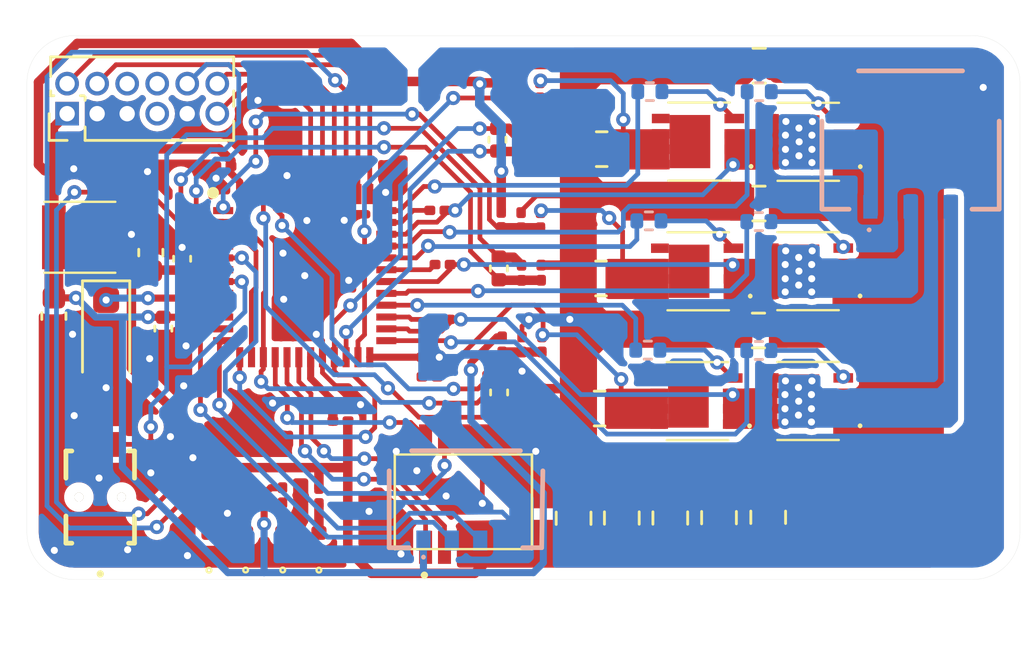
<source format=kicad_pcb>
(kicad_pcb (version 20240108) (generator "pcbnew") (generator_version "8.0")
  (layers (0 "F.Cu" signal) (31 "B.Cu" signal) (34 "B.Paste" user) (35 "F.Paste" user) (36 "B.SilkS" user "B.Silkscreen") (37 "F.SilkS" user "F.Silkscreen") (38 "B.Mask" user) (39 "F.Mask" user) (44 "Edge.Cuts" user))
  (net 0 "")
  (net 1 "GND")
  (net 2 "VDD")
  (net 3 "+3.3V")
  (net 4 "/NRST")
  (net 5 "/OUTU")
  (net 6 "Net-(U1-VBOOTU)")
  (net 7 "Net-(U1-VBOOTV)")
  (net 8 "/OUTV")
  (net 9 "/OUTW")
  (net 10 "Net-(U1-VBOOTW)")
  (net 11 "/OC_COMP")
  (net 12 "/OP_2O")
  (net 13 "/OP_2N")
  (net 14 "/OP_1O")
  (net 15 "/OP_1N")
  (net 16 "/OP_3N")
  (net 17 "/OP_3O")
  (net 18 "Net-(D1-A)")
  (net 19 "Net-(D2-A)")
  (net 20 "Net-(D4-A)")
  (net 21 "Net-(D5-A)")
  (net 22 "Net-(Q1-G)")
  (net 23 "/half_bridge1/INP")
  (net 24 "Net-(Q2-G)")
  (net 25 "Net-(Q3-G)")
  (net 26 "/half_bridge/INP")
  (net 27 "Net-(Q4-G)")
  (net 28 "Net-(Q5-G)")
  (net 29 "/half_bridge2/INP")
  (net 30 "Net-(Q6-G)")
  (net 31 "/LED1")
  (net 32 "/LED2")
  (net 33 "Net-(U1-BOOT0)")
  (net 34 "/ADC_BATT")
  (net 35 "/HSV")
  (net 36 "/LSV")
  (net 37 "/OP_2P")
  (net 38 "/HSU")
  (net 39 "/LSU")
  (net 40 "/OP_1P")
  (net 41 "/HSW")
  (net 42 "/LSW")
  (net 43 "/OP_3P")
  (net 44 "/SPI_MOSI")
  (net 45 "/SPI_SCK")
  (net 46 "/ENC_B")
  (net 47 "/USART_RX")
  (net 48 "/SWDIO")
  (net 49 "/SPI_CS")
  (net 50 "/ENC_A")
  (net 51 "/USART_TX")
  (net 52 "/SPI_MISO")
  (net 53 "Net-(D3-K)")
  (net 54 "/SWCLK")
  (footprint "Capacitor_SMD:C_0402_1005Metric" (layer "F.Cu") (at 117.69 87.145 90)
    (property "Reference" "C18" (hide yes))
    (property "Value" "10u")
  )
  (footprint "Resistor_SMD:R_0201_0603Metric" (layer "F.Cu") (at 118.63 85.105 90)
    (property "Reference" "R14" (hide yes))
    (property "Value" "560")
  )
  (footprint "Connector_PinHeader_1.27mm:PinHeader_2x06_P1.27mm_Vertical" (layer "F.Cu") (at 99.43 80.6 90)
    (property "Reference" "J7" (hide yes))
    (property "Value" "pin_header")
  )
  (footprint "Capacitor_SMD:C_0402_1005Metric" (layer "F.Cu") (at 117.63 81.7 90)
    (property "Reference" "C20" (hide yes))
    (property "Value" "10u")
  )
  (footprint "Resistor_SMD:R_0201_0603Metric" (layer "F.Cu") (at 119.51 90.36 90)
    (property "Reference" "R32" (hide yes))
    (property "Value" "560")
  )
  (footprint "Capacitor_SMD:C_0805_2012Metric" (layer "F.Cu") (at 120.85 97.71 90)
    (property "Reference" "C1" (hide yes))
    (property "Value" "10u")
  )
  (footprint "Resistor_SMD:R_0201_0603Metric" (layer "F.Cu") (at 108.43 79.94)
    (property "Reference" "R5" (hide yes))
    (property "Value" "10k")
  )
  (footprint "Resistor_SMD:R_0201_0603Metric" (layer "F.Cu") (at 105.43 96.719999 -90)
    (property "Reference" "R4" (hide yes))
    (property "Value" "1k")
  )
  (footprint "Capacitor_SMD:C_0201_0603Metric" (layer "F.Cu") (at 102.96 94.905 -90)
    (property "Reference" "C12" (hide yes))
    (property "Value" "0.1u")
  )
  (footprint "mylib:PSMN02030MLCX" (layer "F.Cu") (at 126.228 87.265 90)
    (property "Reference" "Q2" (hide yes))
    (property "Value" "PSMN2R4-30MLD_2X" (hide yes))
  )
  (footprint "mylib:PSMN02030MLCX" (layer "F.Cu") (at 126.262999 81.779999 90)
    (property "Reference" "Q4" (hide yes))
    (property "Value" "PSMN2R4-30MLD_2X" (hide yes))
  )
  (footprint "Resistor_SMD:R_0201_0603Metric" (layer "F.Cu") (at 108.54 96.74 -90)
    (property "Reference" "R2" (hide yes))
    (property "Value" "1k")
  )
  (footprint "Capacitor_SMD:C_0201_0603Metric" (layer "F.Cu") (at 115.285 89.3 180)
    (property "Reference" "C15" (hide yes))
    (property "Value" "0.1u")
  )
  (footprint "Capacitor_SMD:C_0201_0603Metric" (layer "F.Cu") (at 104.45 89.53 -90)
    (property "Reference" "C8" (hide yes))
    (property "Value" "0.1u")
  )
  (footprint "Resistor_SMD:R_0201_0603Metric" (layer "F.Cu") (at 106.980001 96.72 -90)
    (property "Reference" "R3" (hide yes))
    (property "Value" "1k")
  )
  (footprint "Resistor_SMD:R_0201_0603Metric" (layer "F.Cu") (at 118.67 90.36 90)
    (property "Reference" "R30" (hide yes))
    (property "Value" "560")
  )
  (footprint "Resistor_SMD:R_0201_0603Metric" (layer "F.Cu") (at 119.45 85.105 90)
    (property "Reference" "R16" (hide yes))
    (property "Value" "560")
  )
  (footprint "Resistor_SMD:R_0201_0603Metric" (layer "F.Cu") (at 118.604999 79.6175 90)
    (property "Reference" "R22" (hide yes))
    (property "Value" "560")
  )
  (footprint "Resistor_SMD:R_0201_0603Metric" (layer "F.Cu") (at 110.99 93.6 180)
    (property "Reference" "R6" (hide yes))
    (property "Value" "20k")
  )
  (footprint "Capacitor_SMD:C_0402_1005Metric" (layer "F.Cu") (at 103.5 89.69 -90)
    (property "Reference" "C6" (hide yes))
    (property "Value" "10u")
  )
  (footprint "Capacitor_SMD:C_0201_0603Metric" (layer "F.Cu") (at 106.04 82.82 180)
    (property "Reference" "C10" (hide yes))
    (property "Value" "0.1u")
  )
  (footprint "Resistor_SMD:R_0201_0603Metric" (layer "F.Cu") (at 110.980002 92.793742)
    (property "Reference" "R7" (hide yes))
    (property "Value" "10k")
  )
  (footprint "Capacitor_SMD:C_0805_2012Metric" (layer "F.Cu") (at 128.69 84.4 180)
    (property "Reference" "C17" (hide yes))
    (property "Value" "10u")
  )
  (footprint "Resistor_SMD:R_0201_0603Metric" (layer "F.Cu") (at 119.43 81.87 -90)
    (property "Reference" "R25" (hide yes))
    (property "Value" "1k")
  )
  (footprint "Resistor_SMD:R_0201_0603Metric" (layer "F.Cu") (at 117.79 85.095 -90)
    (property "Reference" "R13" (hide yes))
    (property "Value" "8.2k")
  )
  (footprint "Resistor_SMD:R_0805_2012Metric" (layer "F.Cu") (at 122.01 87.57)
    (property "Reference" "R12" (hide yes))
    (property "Value" "0.01")
  )
  (footprint "Resistor_SMD:R_0201_0603Metric" (layer "F.Cu") (at 117.83 90.36 -90)
    (property "Reference" "R29" (hide yes))
    (property "Value" "8.2k")
  )
  (footprint "LED_SMD:LED_0402_1005Metric" (layer "F.Cu") (at 106.980002 98.810001 90)
    (property "Reference" "D4" (hide yes))
    (property "Value" "LED")
  )
  (footprint "Capacitor_SMD:C_0201_0603Metric" (layer "F.Cu") (at 115.31 86.98)
    (property "Reference" "C14" (hide yes))
    (property "Value" "0.1u")
  )
  (footprint "Capacitor_SMD:C_0805_2012Metric" (layer "F.Cu") (at 129.08 97.670001 90)
    (property "Reference" "C7" (hide yes))
    (property "Value" "220u")
  )
  (footprint "Capacitor_SMD:C_0402_1005Metric" (layer "F.Cu") (at 104.294212 86.735788 90)
    (property "Reference" "C11" (hide yes))
    (property "Value" "0.1u")
  )
  (footprint "Resistor_SMD:R_0201_0603Metric" (layer "F.Cu") (at 119.48 87.325 -90)
    (property "Reference" "R17" (hide yes))
    (property "Value" "1k")
  )
  (footprint "mylib:PSMN02030MLCX" (layer "F.Cu") (at 130.873 87.26 90)
    (property "Reference" "Q1" (hide yes))
    (property "Value" "PSMN2R4-30MLD_2X" (hide yes))
  )
  (footprint "LED_SMD:LED_0402_1005Metric" (layer "F.Cu") (at 108.55 98.81 90)
    (property "Reference" "D2" (hide yes))
    (property "Value" "LED")
  )
  (footprint "Capacitor_SMD:C_0805_2012Metric" (layer "F.Cu") (at 128.67 89.77 180)
    (property "Reference" "C21" (hide yes))
    (property "Value" "10u")
  )
  (footprint "Capacitor_SMD:C_0805_2012Metric" (layer "F.Cu") (at 124.94 97.7 90)
    (property "Reference" "C4" (hide yes))
    (property "Value" "10u")
  )
  (footprint "Resistor_SMD:R_0201_0603Metric" (layer "F.Cu") (at 114.76 91.73 180)
    (property "Reference" "R8" (hide yes))
    (property "Value" "15k")
  )
  (footprint "mylib:PSMN02030MLCX" (layer "F.Cu") (at 126.198 92.755 90)
    (property "Reference" "Q6" (hide yes))
    (property "Value" "PSMN2R4-30MLD_2X" (hide yes))
  )
  (footprint "Capacitor_SMD:C_0603_1608Metric" (layer "F.Cu") (at 98.87 89.162499 -90)
    (property "Reference" "C3" (hide yes))
    (property "Value" "47u")
  )
  (footprint "Resistor_SMD:R_0201_0603Metric" (layer "F.Cu") (at 118.66 92.55 90)
    (property "Reference" "R31" (hide yes))
    (property "Value" "15k")
  )
  (footprint "Resistor_SMD:R_0201_0603Metric" (layer "F.Cu") (at 119.51 92.55 -90)
    (property "Reference" "R33" (hide yes))
    (property "Value" "1k")
  )
  (footprint "Capacitor_SMD:C_0402_1005Metric" (layer "F.Cu") (at 117.7 92.39 90)
    (property "Reference" "C22" (hide yes))
    (property "Value" "10u")
  )
  (footprint "Resistor_SMD:R_0805_2012Metric" (layer "F.Cu") (at 121.95 93.07)
    (property "Reference" "R28" (hide yes))
    (property "Value" "0.01")
  )
  (footprint "Capacitor_SMD:C_0805_2012Metric" (layer "F.Cu") (at 128.700001 78.569999 180)
    (property "Reference" "C19" (hide yes))
    (property "Value" "10u")
  )
  (footprint "Resistor_SMD:R_0201_0603Metric" (layer "F.Cu") (at 110.079999 96.770001 -90)
    (property "Reference" "R1" (hide yes))
    (property "Value" "1k")
  )
  (footprint "mylib:PSMN02030MLCX" (layer "F.Cu") (at 130.873 92.75 90)
    (property "Reference" "Q5" (hide yes))
    (property "Value" "PSMN2R4-30MLD_2X" (hide yes))
  )
  (footprint "mylib:TVAF06A020BR" (layer "F.Cu") (at 100.805 96.89 90)
    (property "Reference" "SW1" (hide yes))
    (property "Value" "TVAF06-A020B-R")
  )
  (footprint "Resistor_SMD:R_0201_0603Metric" (layer "F.Cu") (at 118.59 81.88 90)
    (property "Reference" "R23" (hide yes))
    (property "Value" "15k")
  )
  (footprint "mylib:0533091070" (layer "F.Cu") (at 116.19 96.765)
    (property "Reference" "J5" (hide yes))
    (property "Value" "0533091070" (hide yes))
  )
  (footprint "mylib:QFN50P700X700X105-49N-D" (layer "F.Cu") (at 109.48 87.45)
    (property "Reference" "U1" (hide yes))
    (property "Value" "STSPIN32F0A" (hide yes))
  )
  (footprint "Diode_SMD:D_SOD-123F" (layer "F.Cu") (at 101.08 89.879999 -90)
    (property "Reference" "D3" (hide yes))
    (property "Value" "SMF5.0A")
  )
  (footprint "Resistor_SMD:R_0201_0603Metric" (layer "F.Cu") (at 117.764998 79.6175 -90)
    (property "Reference" "R21" (hide yes))
    (property "Value" "8.2k")
  )
  (footprint "mylib:SRN3015" (layer "F.Cu") (at 99.97 85.827499 -90)
    (property "Reference" "L1" (hide yes))
    (property "Value" "22u" (hide yes))
  )
  (footprint "Capacitor_SMD:C_0603_1608Metric" (layer "F.Cu") (at 102.97 86.475 90)
    (property "Reference" "C9" (hide yes))
    (property "Value" "10u")
  )
  (footprint "Resistor_SMD:R_0201_0603Metric" (layer "F.Cu") (at 118.65 87.33 90)
    (property "Reference" "R15" (hide yes))
    (property "Value" "15k")
  )
  (footprint "LED_SMD:LED_0402_1005Metric" (layer "F.Cu") (at 110.08 98.815 90)
    (property "Reference" "D1" (hide yes))
    (property "Value" "LED")
  )
  (footprint "mylib:PSMN02030MLCX" (layer "F.Cu") (at 130.883 81.789999 90)
    (property "Reference" "Q3" (hide yes))
    (property "Value" "PSMN2R4-30MLD_2X" (hide yes))
  )
  (footprint "Resistor_SMD:R_0201_0603Metric" (layer "F.Cu") (at 119.424999 79.6125 90)
    (property "Reference" "R24" (hide yes))
    (property "Value" "560")
  )
  (footprint "Capacitor_SMD:C_0805_2012Metric" (layer "F.Cu") (at 122.89 97.7 90)
    (property "Reference" "C2" (hide yes))
    (property "Value" "10u")
  )
  (footprint "Capacitor_SMD:C_0201_0603Metric" (layer "F.Cu") (at 115.09 84.69 180)
    (property "Reference" "C13" (hide yes))
    (property "Value" "0.1u")
  )
  (footprint "Capacitor_SMD:C_0201_0603Metric" (layer "F.Cu") (at 114.76 90.9)
    (property "Reference" "C16" (hide yes))
    (property "Value" "100p")
  )
  (footprint "Resistor_SMD:R_0805_2012Metric" (layer "F.Cu") (at 122.04 82.1)
    (property "Reference" "R20" (hide yes))
    (property "Value" "0.01")
  )
  (footprint "Capacitor_SMD:C_0805_2012Metric" (layer "F.Cu") (at 127 97.685001 90)
    (property "Reference" "C5" (hide yes))
    (property "Value" "10u")
  )
  (footprint "LED_SMD:LED_0402_1005Metric" (layer "F.Cu") (at 105.430001 98.815 90)
    (property "Reference" "D5" (hide yes))
    (property "Value" "LED")
  )
  (footprint "Resistor_SMD:R_0402_1005Metric" (layer "B.Cu") (at 128.685001 85.165)
    (property "Reference" "R10" (hide yes))
    (property "Value" "20")
  )
  (footprint "Resistor_SMD:R_0402_1005Metric" (layer "B.Cu") (at 128.700001 79.67)
    (property "Reference" "R18" (hide yes))
    (property "Value" "20")
  )
  (footprint "Resistor_SMD:R_0402_1005Metric" (layer "B.Cu") (at 128.685 90.615)
    (property "Reference" "R26" (hide yes))
    (property "Value" "20")
  )
  (footprint "Resistor_SMD:R_0402_1005Metric" (layer "B.Cu") (at 124.075001 79.665)
    (property "Reference" "R19" (hide yes))
    (property "Value" "20")
  )
  (footprint "Resistor_SMD:R_0402_1005Metric" (layer "B.Cu") (at 123.99 90.6)
    (property "Reference" "R27" (hide yes))
    (property "Value" "20")
  )
  (footprint "Resistor_SMD:R_0402_1005Metric" (layer "B.Cu") (at 124.035001 85.135)
    (property "Reference" "R11" (hide yes))
    (property "Value" "20")
  )
  (footprint "mylib:DF653P17V78" (layer "B.Cu") (at 135.1 81.715)
    (property "Reference" "J1" (hide yes))
    (property "Value" "DF65-3P" (hide yes))
  )
  (footprint "mylib:DF65-4P" (layer "B.Cu") (at 116.2 96.78)
    (property "Reference" "J3" (hide yes))
    (property "Value" "DF65")
  )
  (gr_arc (start 137.73 77.3) (mid 139.144214 77.885786) (end 139.73 79.3) (stroke (width 0.008)) (layer "Edge.Cuts"))
  (gr_line (start 97.73 79.299999) (end 97.73 98.300002) (stroke (width 0.008)) (layer "Edge.Cuts"))
  (gr_line (start 99.729999 100.3) (end 137.73 100.3) (stroke (width 0.008)) (layer "Edge.Cuts"))
  (gr_arc (start 97.73 79.299999) (mid 98.315786 77.885786) (end 99.729998 77.3) (stroke (width 0.008)) (layer "Edge.Cuts"))
  (gr_arc (start 99.729999 100.3) (mid 98.315786 99.714214) (end 97.73 98.300002) (stroke (width 0.008)) (layer "Edge.Cuts"))
  (gr_arc (start 139.73 98.3) (mid 139.144214 99.714214) (end 137.73 100.3) (stroke (width 0.008)) (layer "Edge.Cuts"))
  (gr_line (start 137.73 77.3) (end 99.729998 77.3) (stroke (width 0.008)) (layer "Edge.Cuts"))
  (gr_line (start 139.73 98.3) (end 139.73 79.3) (stroke (width 0.008)) (layer "Edge.Cuts"))
  (segment (start 102.96 95.78) (end 102.97 95.79) (width 0.2) (layer "F.Cu") (net 1))
  (segment (start 107.5 80.04) (end 107.6 79.94) (width 0.2) (layer "F.Cu") (net 1))
  (segment (start 110.08 99.3) (end 108.555 99.3) (width 0.2) (layer "F.Cu") (net 1))
  (segment (start 118.63 84.71964) (end 119.26964 84.08) (width 0.2) (layer "F.Cu") (net 1))
  (segment (start 99.66 89.93) (end 98.877499 89.93) (width 0.2) (layer "F.Cu") (net 1))
  (segment (start 116.99 97.08) (end 116.99 94.39) (width 0.2) (layer "F.Cu") (net 1))
  (segment (start 118.690172 91.49) (end 119.430172 92.23) (width 0.2) (layer "F.Cu") (net 1))
  (segment (start 121.1275 79.0275) (end 121.1275 82.1) (width 0.2) (layer "F.Cu") (net 1))
  (segment (start 108.55 99.295) (end 106.980003 99.295) (width 0.2) (layer "F.Cu") (net 1))
  (segment (start 102.155 85.7) (end 102.15 85.705) (width 0.2) (layer "F.Cu") (net 1))
  (segment (start 104.52 99.29) (end 104.53 99.3) (width 0.2) (layer "F.Cu") (net 1))
  (segment (start 119.48 87.005) (end 120.5325 87.005) (width 0.4) (layer "F.Cu") (net 1))
  (segment (start 105.72 83.32) (end 105.73 83.33) (width 0.2) (layer "F.Cu") (net 1))
  (segment (start 102.97 85.7) (end 102.155 85.7) (width 0.2) (layer "F.Cu") (net 1))
  (segment (start 106.980003 99.295) (end 106.980002 99.295001) (width 0.2) (layer "F.Cu") (net 1))
  (segment (start 118.604999 78.755001) (end 118.7375 78.6225) (width 0.2) (layer "F.Cu") (net 1))
  (segment (start 107.6 79.94) (end 108.11 79.94) (width 0.2) (layer "F.Cu") (net 1))
  (segment (start 120.8 84.08) (end 121.0975 84.3775) (width 0.2) (layer "F.Cu") (net 1))
  (segment (start 108.555 99.3) (end 108.55 99.295) (width 0.2) (layer "F.Cu") (net 1))
  (segment (start 119.26964 84.08) (end 120.8 84.08) (width 0.2) (layer "F.Cu") (net 1))
  (segment (start 104.45 89.85) (end 104.45 90.41) (width 0.2) (layer "F.Cu") (net 1))
  (segment (start 118.7375 78.6225) (end 120.7225 78.6225) (width 0.2) (layer "F.Cu") (net 1))
  (segment (start 103.5 90.17) (end 103.87 90.17) (width 0.2) (layer "F.Cu") (net 1))
  (segment (start 119.43 81.55) (end 120.5775 81.55) (width 0.4) (layer "F.Cu") (net 1))
  (segment (start 110.23 90.19) (end 110.23 90.9) (width 0.2) (layer "F.Cu") (net 1))
  (segment (start 121.0375 92.6575) (end 120.61 92.23) (width 0.4) (layer "F.Cu") (net 1))
  (segment (start 103.87 90.17) (end 104.19 89.85) (width 0.2) (layer "F.Cu") (net 1))
  (segment (start 111.84 92.904265) (end 111.410524 92.904265) (width 0.2) (layer "F.Cu") (net 1))
  (segment (start 101.08 91.279998) (end 101.08 92.19) (width 0.2) (layer "F.Cu") (net 1))
  (segment (start 118.67 89.59) (end 118.96 89.3) (width 0.2) (layer "F.Cu") (net 1))
  (segment (start 105.435 99.295001) (end 105.430001 99.3) (width 0.2) (layer "F.Cu") (net 1))
  (segment (start 121.0975 84.3775) (end 121.0975 87.57) (width 0.2) (layer "F.Cu") (net 1))
  (segment (start 118.67 91.49) (end 118.690172 91.49) (width 0.2) (layer "F.Cu") (net 1))
  (segment (start 120.7225 78.6225) (end 121.1275 79.0275) (width 0.2) (layer "F.Cu") (net 1))
  (segment (start 118.604999 79.2975) (end 118.604999 78.755001) (width 0.2) (layer "F.Cu") (net 1))
  (segment (start 104.45 90.41) (end 104.46 90.42) (width 0.2) (layer "F.Cu") (net 1))
  (segment (start 104.19 89.85) (end 104.45 89.85) (width 0.2) (layer "F.Cu") (net 1))
  (segment (start 105.72 82.82) (end 105.72 83.32) (width 0.2) (layer "F.Cu") (net 1))
  (segment (start 111.300002 92.625688) (end 111.300002 92.793742) (width 0.2) (layer "F.Cu") (net 1))
  (segment (start 118.63 84.719884) (end 118.654884 84.695) (width 0.2) (layer "F.Cu") (net 1))
  (segment (start 110.23 90.9) (end 110.23 91.555686) (width 0.2) (layer "F.Cu") (net 1))
  (segment (start 98.877499 89.93) (end 98.87 89.937499) (width 0.2) (layer "F.Cu") (net 1))
  (segment (start 120.5775 81.55) (end 121.1275 82.1) (width 0.4) (layer "F.Cu") (net 1))
  (segment (start 110.23 91.555686) (end 111.300002 92.625688) (width 0.2) (layer "F.Cu") (net 1))
  (segment (start 120.5325 87.005) (end 121.0975 87.57) (width 0.4) (layer "F.Cu") (net 1))
  (segment (start 108.73 83.217928) (end 108.73 84) (width 0.2) (layer "F.Cu") (net 1))
  (segment (start 115.08 90.9) (end 115.17 90.9) (width 0.2) (layer "F.Cu") (net 1))
  (segment (start 118.67 90.04) (end 118.67 89.59) (width 0.2) (layer "F.Cu") (net 1))
  (segment (start 121.0375 93.07) (end 121.0375 92.6575) (width 0.4) (layer "F.Cu") (net 1))
  (segment (start 104.53 99.3) (end 105.430001 99.3) (width 0.2) (layer "F.Cu") (net 1))
  (segment (start 120.61 92.23) (end 119.51 92.23) (width 0.4) (layer "F.Cu") (net 1))
  (segment (start 106.980002 99.295001) (end 105.435 99.295001) (width 0.2) (layer "F.Cu") (net 1))
  (segment (start 100.83 99.04) (end 101.99 99.04) (width 0.2) (layer "F.Cu") (net 1))
  (segment (start 119.430172 92.23) (end 119.51 92.23) (width 0.2) (layer "F.Cu") (net 1))
  (segment (start 109.97 89.93) (end 110.23 90.19) (width 0.2) (layer "F.Cu") (net 1))
  (segment (start 102.96 95.225) (end 102.96 95.78) (width 0.2) (layer "F.Cu") (net 1))
  (segment (start 118.63 84.785) (end 118.63 84.719884) (width 0.2) (layer "F.Cu") (net 1))
  (segment (start 118.63 84.785) (end 118.63 84.71964) (width 0.2) (layer "F.Cu") (net 1))
  (segment (start 111.410524 92.904265) (end 111.300001 92.793742) (width 0.2) (layer "F.Cu") (net 1))
  (via (at 138.175 79.49) (size 0.6) (drill 0.3) (layers "F.Cu" "B.Cu") (net 1))
  (via (at 104.36 92.11) (size 0.6) (drill 0.3) (layers "F.Cu" "B.Cu") (net 1))
  (via (at 101.08 92.19) (size 0.6) (drill 0.3) (layers "F.Cu" "B.Cu") (net 1))
  (via (at 102.83 83.05) (size 0.6) (drill 0.3) (layers "F.Cu" "B.Cu") (net 1))
  (via (at 112.2 97.42) (size 0.6) (drill 0.3) (layers "F.Cu" "B.Cu") (net 1))
  (via (at 118.96 89.3) (size 0.6) (drill 0.3) (layers "F.Cu" "B.Cu") (net 1))
  (via (at 111.15 85.11) (size 0.6) (drill 0.3) (layers "F.Cu" "B.Cu") (net 1))
  (via (at 104.75 95.15) (size 0.6) (drill 0.3) (layers "F.Cu" "B.Cu") (net 1))
  (via (at 108.73 83.217928) (size 0.6) (drill 0.3) (layers "F.Cu" "B.Cu") (net 1))
  (via (at 112.9 83.93) (size 0.6) (drill 0.3) (layers "F.Cu" "B.Cu") (net 1))
  (via (at 106.21 97.5) (size 0.6) (drill 0.3) (layers "F.Cu" "B.Cu") (net 1))
  (via (at 99.66 89.93) (size 0.6) (drill 0.3) (layers "F.Cu" "B.Cu") (net 1))
  (via (at 109.97 89.93) (size 0.6) (drill 0.3) (layers "F.Cu" "B.Cu") (net 1))
  (via (at 103.8 94.26) (size 0.6) (drill 0.3) (layers "F.Cu" "B.Cu") (net 1))
  (via (at 111.34 87.65) (size 0.6) (drill 0.3) (layers "F.Cu" "B.Cu") (net 1))
  (via (at 109.57 85.12) (size 0.6) (drill 0.3) (layers "F.Cu" "B.Cu") (net 1))
  (via (at 114.22 95.7) (size 0.6) (drill 0.3) (layers "F.Cu" "B.Cu") (net 1))
  (via (at 99.73 93.37) (size 0.6) (drill 0.3) (layers "F.Cu" "B.Cu") (net 1))
  (via (at 111.84 92.904265) (size 0.6) (drill 0.3) (layers "F.Cu" "B.Cu") (net 1))
  (via (at 119.25 94.88) (size 0.6) (drill 0.3) (layers "F.Cu" "B.Cu") (net 1))
  (via (at 118.67 91.49) (size 0.6) (drill 0.3) (layers "F.Cu" "B.Cu") (net 1))
  (via (at 105.73 83.33) (size 0.6) (drill 0.3) (layers "F.Cu" "B.Cu") (net 1))
  (via (at 115.46 96.77) (size 0.6) (drill 0.3) (layers "F.Cu" "B.Cu") (net 1))
  (via (at 108.59 88.45) (size 0.6) (drill 0.3) (layers "F.Cu" "B.Cu") (net 1))
  (via (at 102.97 95.79) (size 0.6) (drill 0.3) (layers "F.Cu" "B.Cu") (net 1))
  (via (at 109.48 87.45) (size 0.6) (drill 0.3) (layers "F.Cu" "B.Cu") (net 1))
  (via (at 107.5 80.04) (size 0.6) (drill 0.3) (layers "F.Cu" "B.Cu") (net 1))
  (via (at 120.69 89.3) (size 0.6) (drill 0.3) (layers "F.Cu" "B.Cu") (net 1))
  (via (at 108.56 86.5) (size 0.6) (drill 0.3) (layers "F.Cu" "B.Cu") (net 1))
  (via (at 100.78 96.01) (size 0.6) (drill 0.3) (layers "F.Cu" "B.Cu") (net 1))
  (via (at 116.99 97.08) (size 0.6) (drill 0.3) (layers "F.Cu" "B.Cu") (net 1))
  (via (at 113.55 99.22) (size 0.6) (drill 0.3) (layers "F.Cu" "B.Cu") (net 1))
  (via (at 102.15 85.705) (size 0.6) (drill 0.3) (layers "F.Cu" "B.Cu") (net 1))
  (via (at 113.35 94.88) (size 0.6) (drill 0.3) (layers "F.Cu" "B.Cu") (net 1))
  (via (at 108.12 92.84) (size 0.6) (drill 0.3) (layers "F.Cu" "B.Cu") (net 1))
  (via (at 102.92 90.96) (size 0.6) (drill 0.3) (layers "F.Cu" "B.Cu") (net 1))
  (via (at 104.52 99.29) (size 0.6) (drill 0.3) (layers "F.Cu" "B.Cu") (net 1))
  (via (at 98.89 99.07) (size 0.6) (drill 0.3) (layers "F.Cu" "B.Cu") (net 1))
  (via (at 115.17 90.9) (size 0.6) (drill 0.3) (layers "F.Cu" "B.Cu") (net 1))
  (via (at 101.99 99.04) (size 0.6) (drill 0.3) (layers "F.Cu" "B.Cu") (net 1))
  (via (at 104.46 90.42) (size 0.6) (drill 0.3) (layers "F.Cu" "B.Cu") (net 1))
  (via (at 104.294212 86.255788) (size 0.6) (drill 0.3) (layers "F.Cu" "B.Cu") (net 1))
  (via (at 99.71 82.93) (size 0.6) (drill 0.3) (layers "F.Cu" "B.Cu") (net 1))
  (segment (start 117.36 97.45) (end 117.83 97.45) (width 0.2) (layer "B.Cu") (net 1))
  (segment (start 118.041803 90.861803) (end 118.67 91.49) (width 0.2) (layer "B.Cu") (net 1))
  (segment (start 118.96 89.3) (end 120.69 89.3) (width 0.2) (layer "B.Cu") (net 1))
  (segment (start 112.2 97.42) (end 112.58 97.04) (width 0.2) (layer "B.Cu") (net 1))
  (segment (start 118.1 97.72) (end 118.1 98.655) (width 0.2) (layer "B.Cu") (net 1))
  (segment (start 112.58 97.04) (end 115.19 97.04) (width 0.2) (layer "B.Cu") (net 1))
  (segment (start 115.208197 90.861803) (end 118.041803 90.861803) (width 0.2) (layer "B.Cu") (net 1))
  (segment (start 115.19 97.04) (end 115.46 96.77) (width 0.2) (layer "B.Cu") (net 1))
  (segment (start 117.83 97.45) (end 118.1 97.72) (width 0.2) (layer "B.Cu") (net 1))
  (segment (start 116.99 97.08) (end 117.36 97.45) (width 0.2) (layer "B.Cu") (net 1))
  (segment (start 115.17 90.9) (end 115.208197 90.861803) (width 0.2) (layer "B.Cu") (net 1))
  (segment (start 106.36 95.57) (end 102.15 91.36) (width 0.4) (layer "F.Cu") (net 2))
  (segment (start 102.52 87.25) (end 102.97 87.25) (width 0.4) (layer "F.Cu") (net 2))
  (segment (start 106.03 87.2) (end 104.625788 87.2) (width 0.3) (layer "F.Cu") (net 2))
  (segment (start 105.016274 88.2) (end 106.03 88.2) (width 0.3) (layer "F.Cu") (net 2))
  (segment (start 116.67 100.04) (end 116.99 99.72) (width 0.4) (layer "F.Cu") (net 2))
  (segment (start 110.079999 96.450001) (end 110.079999 95.570001) (width 0.4) (layer "F.Cu") (net 2))
  (segment (start 116.99 99.72) (end 116.99 98.94) (width 0.4) (layer "F.Cu") (net 2))
  (segment (start 104.294212 87.634212) (end 104.559997 87.899997) (width 0.3) (layer "F.Cu") (net 2))
  (segment (start 111.3 99.04) (end 112.3 100.04) (width 0.4) (layer "F.Cu") (net 2))
  (segment (start 103.004212 87.215788) (end 102.97 87.25) (width 0.2) (layer "F.Cu") (net 2))
  (segment (start 104.625788 87.2) (end 104.61 87.215788) (width 0.3) (layer "F.Cu") (net 2))
  (segment (start 110.08 95.57) (end 106.36 95.57) (width 0.4) (layer "F.Cu") (net 2))
  (segment (start 104.31 87.2) (end 104.294212 87.215788) (width 0.2) (layer "F.Cu") (net 2))
  (segment (start 110.079999 95.570001) (end 110.08 95.57) (width 0.2) (layer "F.Cu") (net 2))
  (segment (start 111.3 95.57) (end 110.08 95.57) (width 0.4) (layer "F.Cu") (net 2))
  (segment (start 104.716271 87.899997) (end 105.016274 88.2) (width 0.3) (layer "F.Cu") (net 2))
  (segment (start 104.61 87.215788) (end 104.294212 87.215788) (width 0.3) (layer "F.Cu") (net 2))
  (segment (start 111.3 95.57) (end 111.3 99.04) (width 0.4) (layer "F.Cu") (net 2))
  (segment (start 111.3 95.57) (end 111.3 93.61) (width 0.4) (layer "F.Cu") (net 2))
  (segment (start 104.285 87.225) (end 104.294212 87.215788) (width 0.4) (layer "F.Cu") (net 2))
  (segment (start 102.15 91.36) (end 102.15 87.62) (width 0.4) (layer "F.Cu") (net 2))
  (segment (start 104.294212 87.215788) (end 104.294212 87.634212) (width 0.3) (layer "F.Cu") (net 2))
  (segment (start 104.294212 87.215788) (end 103.004212 87.215788) (width 0.4) (layer "F.Cu") (net 2))
  (segment (start 104.559997 87.899997) (end 104.716271 87.899997) (width 0.3) (layer "F.Cu") (net 2))
  (segment (start 111.3 93.61) (end 111.31 93.6) (width 0.2) (layer "F.Cu") (net 2))
  (segment (start 112.3 100.04) (end 116.67 100.04) (width 0.4) (layer "F.Cu") (net 2))
  (segment (start 102.15 87.62) (end 102.52 87.25) (width 0.4) (layer "F.Cu") (net 2))
  (segment (start 106.36 82.590832) (end 106.36 82.82) (width 0.4) (layer "F.Cu") (net 3))
  (segment (start 98.48 83.01) (end 98.22 82.75) (width 0.4) (layer "F.Cu") (net 3))
  (segment (start 99.857206 77.63) (end 111.44 77.63) (width 0.4) (layer "F.Cu") (net 3))
  (segment (start 111.44 77.63) (end 113.0475 79.2375) (width 0.4) (layer "F.Cu") (net 3))
  (segment (start 104.45 89.21) (end 103.5 89.21) (width 0.3) (layer "F.Cu") (net 3))
  (segment (start 106.73 84) (end 106.73 83.49) (width 0.3) (layer "F.Cu") (net 3))
  (segment (start 107.762646 97.952707) (end 107.762646 96.697354) (width 0.3) (layer "F.Cu") (net 3))
  (segment (start 102.85 89.2) (end 102.86 89.21) (width 0.3) (layer "F.Cu") (net 3))
  (segment (start 98.872501 88.39) (end 98.87 88.387499) (width 0.3) (layer "F.Cu") (net 3))
  (segment (start 99.8 88.39) (end 98.872501 88.39) (width 0.3) (layer "F.Cu") (net 3))
  (segment (start 98.85 81.18) (end 99.43 80.6) (width 0.4) (layer "F.Cu") (net 3))
  (segment (start 98.87 82.09) (end 98.85 82.07) (width 0.4) (layer "F.Cu") (net 3))
  (segment (start 98.87 83.01) (end 98.48 83.01) (width 0.4) (layer "F.Cu") (net 3))
  (segment (start 117.79 84.775) (end 117.79 83.03) (width 0.4) (layer "F.Cu") (net 3))
  (segment (start 113.0475 79.2375) (end 116.78 79.2375) (width 0.4) (layer "F.Cu") (net 3))
  (segment (start 98.22 82.75) (end 98.22 79.267206) (width 0.4) (layer "F.Cu") (net 3))
  (segment (start 98.87 88.387499) (end 98.87 85.827499) (width 0.8) (layer "F.Cu") (net 3))
  (segment (start 116.50706 91.133772) (end 117.600832 90.04) (width 0.3) (layer "F.Cu") (net 3))
  (segment (start 106.36 82.590832) (end 105.859168 82.09) (width 0.4) (layer "F.Cu") (net 3))
  (segment (start 116.78 79.2375) (end 116.88 79.3375) (width 0.4) (layer "F.Cu") (net 3))
  (segment (start 107.762646 96.697354) (end 108.04 96.42) (width 0.3) (layer "F.Cu") (net 3))
  (segment (start 106.36 83.12) (end 106.36 82.82) (width 0.3) (layer "F.Cu") (net 3))
  (segment (start 116.50706 91.441803) (end 116.50706 91.133772) (width 0.3) (layer "F.Cu") (net 3))
  (segment (start 105.859168 82.09) (end 98.87 82.09) (width 0.4) (layer "F.Cu") (net 3))
  (segment (start 116.88 79.3375) (end 116.92 79.2975) (width 0.4) (layer "F.Cu") (net 3))
  (segment (start 98.85 82.07) (end 98.85 81.18) (width 0.4) (layer "F.Cu") (net 3))
  (segment (start 108.04 96.42) (end 108.54 96.42) (width 0.3) (layer "F.Cu") (net 3))
  (segment (start 117.600832 90.04) (end 117.83 90.04) (width 0.3) (layer "F.Cu") (net 3))
  (segment (start 98.87 83.01) (end 98.87 82.09) (width 0.4) (layer "F.Cu") (net 3))
  (segment (start 104.46 89.2) (end 104.45 89.21) (width 0.2) (layer "F.Cu") (net 3))
  (segment (start 106.03 89.2) (end 104.46 89.2) (width 0.3) (layer "F.Cu") (net 3))
  (segment (start 102.86 89.21) (end 103.5 89.21) (width 0.3) (layer "F.Cu") (net 3))
  (segment (start 98.22 79.267206) (end 99.857206 77.63) (width 0.4) (layer "F.Cu") (net 3))
  (segment (start 106.73 83.49) (end 106.36 83.12) (width 0.3) (layer "F.Cu") (net 3))
  (segment (start 116.92 79.2975) (end 117.764998 79.2975) (width 0.4) (layer "F.Cu") (net 3))
  (segment (start 98.87 85.827499) (end 98.87 83.01) (width 0.4) (layer "F.Cu") (net 3))
  (via (at 107.762646 97.952707) (size 0.6) (drill 0.3) (layers "F.Cu" "B.Cu") (net 3))
  (via (at 102.85 89.2) (size 0.6) (drill 0.3) (layers "F.Cu" "B.Cu") (net 3))
  (via (at 99.8 88.39) (size 0.6) (drill 0.3) (layers "F.Cu" "B.Cu") (net 3))
  (via (at 116.50706 91.441803) (size 0.6) (drill 0.3) (layers "F.Cu" "B.Cu") (net 3))
  (via (at 117.79 83.03) (size 0.6) (drill 0.3) (layers "F.Cu" "B.Cu") (net 3))
  (via (at 116.88 79.3375) (size 0.6) (drill 0.3) (layers "F.Cu" "B.Cu") (net 3))
  (segment (start 119.15 100.01) (end 119.57 99.59) (width 0.3) (layer "B.Cu") (net 3))
  (segment (start 107.76 97.955353) (end 107.76 100.01) (width 0.3) (layer "B.Cu") (net 3))
  (segment (start 114.495 98.66) (end 114.5 98.655) (width 0.3) (layer "B.Cu") (net 3))
  (segment (start 117.79 81.11) (end 116.88 80.2) (width 0.4) (layer "B.Cu") (net 3))
  (segment (start 119.57 96.65) (end 116.50706 93.58706) (width 0.3) (layer "B.Cu") (net 3))
  (segment (start 101.77 89.2) (end 101.77 95.55) (width 0.3) (layer "B.Cu") (net 3))
  (segment (start 116.50706 93.58706) (end 116.50706 91.441803) (width 0.3) (layer "B.Cu") (net 3))
  (segment (start 101.77 89.2) (end 100.64 89.2) (width 0.3) (layer "B.Cu") (net 3))
  (segment (start 107.762646 97.952707) (end 107.76 97.955353) (width 0.3) (layer "B.Cu") (net 3))
  (segment (start 106.23 100.01) (end 107.76 100.01) (width 0.3) (layer "B.Cu") (net 3))
  (segment (start 114.5 100.01) (end 114.5 98.655) (width 0.3) (layer "B.Cu") (net 3))
  (segment (start 102.85 89.2) (end 101.77 89.2) (width 0.3) (layer "B.Cu") (net 3))
  (segment (start 107.762646 97.952707) (end 107.74 97.975353) (width 0.3) (layer "B.Cu") (net 3))
  (segment (start 117.79 83.03) (end 117.79 81.11) (width 0.4) (layer "B.Cu") (net 3))
  (segment (start 116.88 80.2) (end 116.88 79.3375) (width 0.4) (layer "B.Cu") (net 3))
  (segment (start 101.77 95.55) (end 106.23 100.01) (width 0.3) (layer "B.Cu") (net 3))
  (segment (start 119.57 99.59) (end 119.57 96.65) (width 0.3) (layer "B.Cu") (net 3))
  (segment (start 114.5 100.01) (end 119.15 100.01) (width 0.3) (layer "B.Cu") (net 3))
  (segment (start 99.83 88.39) (end 99.8 88.39) (width 0.3) (layer "B.Cu") (net 3))
  (segment (start 107.76 100.01) (end 114.5 100.01) (width 0.3) (layer "B.Cu") (net 3))
  (segment (start 100.64 89.2) (end 99.83 88.39) (width 0.3) (layer "B.Cu") (net 3))
  (segment (start 100.835 94.585) (end 100.83 94.59) (width 0.2) (layer "F.Cu") (net 4))
  (segment (start 106.81728 87.705392) (end 106.710392 87.705392) (width 0.2) (layer "F.Cu") (net 4))
  (segment (start 106.710392 87.705392) (end 106.705 87.7) (width 0.2) (layer "F.Cu") (net 4))
  (segment (start 106.705 87.7) (end 106.03 87.7) (width 0.2) (layer "F.Cu") (net 4))
  (segment (start 102.96 94.585) (end 100.835 94.585) (width 0.2) (layer "F.Cu") (net 4))
  (segment (start 102.97 93.85) (end 102.97 94.575) (width 0.2) (layer "F.Cu") (net 4))
  (segment (start 102.97 94.575) (end 102.96 94.585) (width 0.2) (layer "F.Cu") (net 4))
  (via (at 106.81728 87.705392) (size 0.6) (drill 0.3) (layers "F.Cu" "B.Cu") (net 4))
  (via (at 102.97 93.85) (size 0.6) (drill 0.3) (layers "F.Cu" "B.Cu") (net 4))
  (segment (start 104.62 91.31) (end 106.95 88.98) (width 0.2) (layer "B.Cu") (net 4))
  (segment (start 106.26 78.52) (end 105.32 78.52) (width 0.2) (layer "B.Cu") (net 4))
  (segment (start 106.95 88.98) (end 106.95 87.838112) (width 0.2) (layer "B.Cu") (net 4))
  (segment (start 103.641654 91.31) (end 103.641654 82.34266) (width 0.2) (layer "B.Cu") (net 4))
  (segment (start 102.97 92.96) (end 103.641654 92.288346) (width 0.2) (layer "B.Cu") (net 4))
  (segment (start 106.69 78.95) (end 106.26 78.52) (width 0.2) (layer "B.Cu") (net 4))
  (segment (start 106.95 87.838112) (end 106.81728 87.705392) (width 0.2) (layer "B.Cu") (net 4))
  (segment (start 103.641654 92.288346) (end 103.641654 91.31) (width 0.2) (layer "B.Cu") (net 4))
  (segment (start 105.32 78.52) (end 104.51 79.33) (width 0.2) (layer "B.Cu") (net 4))
  (segment (start 103.641654 82.34266) (end 104.494314 81.49) (width 0.2) (layer "B.Cu") (net 4))
  (segment (start 102.97 93.85) (end 102.97 92.96) (width 0.2) (layer "B.Cu") (net 4))
  (segment (start 104.494314 81.49) (end 106.16 81.49) (width 0.2) (layer "B.Cu") (net 4))
  (segment (start 106.16 81.49) (end 106.69 80.96) (width 0.2) (layer "B.Cu") (net 4))
  (segment (start 106.69 80.96) (end 106.69 78.95) (width 0.2) (layer "B.Cu") (net 4))
  (segment (start 103.641654 91.31) (end 104.62 91.31) (width 0.2) (layer "B.Cu") (net 4))
  (segment (start 115.41 84.848456) (end 115.41 84.69) (width 0.2) (layer "F.Cu") (net 5))
  (segment (start 113.754314 85.7) (end 114.264314 85.19) (width 0.2) (layer "F.Cu") (net 5))
  (segment (start 115.41 84.69) (end 115.84 84.69) (width 0.2) (layer "F.Cu") (net 5))
  (segment (start 112.93 85.7) (end 113.754314 85.7) (width 0.2) (layer "F.Cu") (net 5))
  (segment (start 115.068456 85.19) (end 115.41 84.848456) (width 0.2) (layer "F.Cu") (net 5))
  (segment (start 114.264314 85.19) (end 115.068456 85.19) (width 0.2) (layer "F.Cu") (net 5))
  (via (at 130.39 81.789999) (size 0.6) (drill 0.3) (layers "F.Cu" "B.Cu") (net 5))
  (via (at 130.38 81.21) (size 0.6) (drill 0.3) (layers "F.Cu" "B.Cu") (net 5))
  (via (at 130.93 81.51) (size 0.6) (drill 0.3) (layers "F.Cu" "B.Cu") (net 5))
  (via (at 129.81 81.51) (size 0.6) (drill 0.3) (layers "F.Cu" "B.Cu") (net 5))
  (via (at 129.83 80.93) (size 0.6) (drill 0.3) (layers "F.Cu" "B.Cu") (net 5))
  (via (at 127.590002 82.754999) (size 0.6) (drill 0.3) (layers "F.Cu" "B.Cu") (net 5))
  (via (at 115.84 84.69) (size 0.6) (drill 0.3) (layers "F.Cu" "B.Cu") (net 5))
  (via (at 130.93 82.11) (size 0.6) (drill 0.3) (layers "F.Cu" "B.Cu") (net 5))
  (via (at 129.81 82.11) (size 0.6) (drill 0.3) (layers "F.Cu" "B.Cu") (net 5))
  (via (at 130.95 80.93) (size 0.6) (drill 0.3) (layers "F.Cu" "B.Cu") (net 5))
  (via (at 130.38 82.38) (size 0.6) (drill 0.3) (layers "F.Cu" "B.Cu") (net 5))
  (via (at 129.81 82.67) (size 0.6) (drill 0.3) (layers "F.Cu" "B.Cu") (net 5))
  (via (at 130.93 82.67) (size 0.6) (drill 0.3) (layers "F.Cu" "B.Cu") (net 5))
  (segment (start 116.5 84.03) (end 126.315001 84.03) (width 0.2) (layer "B.Cu") (net 5))
  (segment (start 126.315001 84.03) (end 127.590002 82.754999) (width 0.2) (layer "B.Cu") (net 5))
  (segment (start 115.84 84.69) (end 116.5 84.03) (width 0.2) (layer "B.Cu") (net 5))
  (segment (start 114.77 84.69) (end 114.07 84.69) (width 0.2) (layer "F.Cu") (net 6))
  (segment (start 113.56 85.2) (end 112.93 85.2) (width 0.2) (layer "F.Cu") (net 6))
  (segment (start 114.07 84.69) (end 113.56 85.2) (width 0.2) (layer "F.Cu") (net 6))
  (segment (start 112.93 87.2) (end 114.77 87.2) (width 0.2) (layer "F.Cu") (net 7))
  (segment (start 114.77 87.2) (end 114.99 86.98) (width 0.2) (layer "F.Cu") (net 7))
  (segment (start 112.93 87.7) (end 115.109999 87.7) (width 0.2) (layer "F.Cu") (net 8))
  (segment (start 115.63 86.98) (end 116.21 86.98) (width 0.2) (layer "F.Cu") (net 8))
  (segment (start 115.109999 87.7) (end 115.63 87.179999) (width 0.2) (layer "F.Cu") (net 8))
  (segment (start 115.63 87.179999) (end 115.63 86.98) (width 0.2) (layer "F.Cu") (net 8))
  (via (at 129.8 88.14) (size 0.6) (drill 0.3) (layers "F.Cu" "B.Cu") (net 8))
  (via (at 130.94 86.4) (size 0.6) (drill 0.3) (layers "F.Cu" "B.Cu") (net 8))
  (via (at 127.575002 86.990002) (size 0.6) (drill 0.3) (layers "F.Cu" "B.Cu") (net 8))
  (via (at 129.82 86.4) (size 0.6) (drill 0.3) (layers "F.Cu" "B.Cu") (net 8))
  (via (at 129.8 86.98) (size 0.6) (drill 0.3) (layers "F.Cu" "B.Cu") (net 8))
  (via (at 130.37 86.68) (size 0.6) (drill 0.3) (layers "F.Cu" "B.Cu") (net 8))
  (via (at 116.21 86.98) (size 0.6) (drill 0.3) (layers "F.Cu" "B.Cu") (net 8))
  (via (at 130.92 86.98) (size 0.6) (drill 0.3) (layers "F.Cu" "B.Cu") (net 8))
  (via (at 130.38 87.259999) (size 0.6) (drill 0.3) (layers "F.Cu" "B.Cu") (net 8))
  (via (at 130.37 87.85) (size 0.6) (drill 0.3) (layers "F.Cu" "B.Cu") (net 8))
  (via (at 129.8 87.58) (size 0.6) (drill 0.3) (layers "F.Cu" "B.Cu") (net 8))
  (via (at 130.92 88.14) (size 0.6) (drill 0.3) (layers "F.Cu" "B.Cu") (net 8))
  (via (at 130.92 87.58) (size 0.6) (drill 0.3) (layers "F.Cu" "B.Cu") (net 8))
  (segment (start 116.21 86.98) (end 127.565 86.98) (width 0.2) (layer "B.Cu") (net 8))
  (segment (start 127.565 86.98) (end 127.575002 86.990002) (width 0.2) (layer "B.Cu") (net 8))
  (segment (start 115.605 89.399999) (end 115.605 89.2) (width 0.2) (layer "F.Cu") (net 9))
  (segment (start 115.605 89.458456) (end 115.605 89.3) (width 0.2) (layer "F.Cu") (net 9))
  (segment (start 115.263456 89.8) (end 115.605 89.458456) (width 0.2) (layer "F.Cu") (net 9))
  (segment (start 113.82 89.7) (end 113.92 89.8) (width 0.2) (layer "F.Cu") (net 9))
  (segment (start 115.605 89.3) (end 116.08 89.3) (width 0.2) (layer "F.Cu") (net 9))
  (segment (start 112.93 89.7) (end 113.82 89.7) (width 0.2) (layer "F.Cu") (net 9))
  (segment (start 113.92 89.8) (end 115.263456 89.8) (width 0.2) (layer "F.Cu") (net 9))
  (via (at 130.91 93.08) (size 0.6) (drill 0.3) (layers "F.Cu" "B.Cu") (net 9))
  (via (at 129.81 91.9) (size 0.6) (drill 0.3) (layers "F.Cu" "B.Cu") (net 9))
  (via (at 130.91 93.64) (size 0.6) (drill 0.3) (layers "F.Cu" "B.Cu") (net 9))
  (via (at 130.36 92.18) (size 0.6) (drill 0.3) (layers "F.Cu" "B.Cu") (net 9))
  (via (at 116.08 89.3) (size 0.6) (drill 0.3) (layers "F.Cu" "B.Cu") (net 9))
  (via (at 129.79 93.08) (size 0.6) (drill 0.3) (layers "F.Cu" "B.Cu") (net 9))
  (via (at 127.575001 92.480002) (size 0.6) (drill 0.3) (layers "F.Cu" "B.Cu") (net 9))
  (via (at 130.36 93.35) (size 0.6) (drill 0.3) (layers "F.Cu" "B.Cu") (net 9))
  (via (at 130.93 91.9) (size 0.6) (drill 0.3) (layers "F.Cu" "B.Cu") (net 9))
  (via (at 130.37 92.759999) (size 0.6) (drill 0.3) (layers "F.Cu" "B.Cu") (net 9))
  (via (at 130.91 92.48) (size 0.6) (drill 0.3) (layers "F.Cu" "B.Cu") (net 9))
  (via (at 129.79 92.48) (size 0.6) (drill 0.3) (layers "F.Cu" "B.Cu") (net 9))
  (via (at 129.79 93.64) (size 0.6) (drill 0.3) (layers "F.Cu" "B.Cu") (net 9))
  (segment (start 117.98 89.3) (end 121.160002 92.480002) (width 0.2) (layer "B.Cu") (net 9))
  (segment (start 116.08 89.3) (end 117.98 89.3) (width 0.2) (layer "B.Cu") (net 9))
  (segment (start 121.160002 92.480002) (end 127.575001 92.480002) (width 0.2) (layer "B.Cu") (net 9))
  (segment (start 112.93 89.2) (end 113.891471 89.2) (width 0.2) (layer "F.Cu") (net 10))
  (segment (start 113.891471 89.2) (end 113.991471 89.3) (width 0.2) (layer "F.Cu") (net 10))
  (segment (start 113.991471 89.3) (end 114.865 89.3) (width 0.2) (layer "F.Cu") (net 10))
  (segment (start 114.44 90.9) (end 112.23 90.9) (width 0.3) (layer "F.Cu") (net 11))
  (segment (start 114.44 90.9) (end 114.44 91.73) (width 0.3) (layer "F.Cu") (net 11))
  (segment (start 107.22 90.89) (end 107.23 90.9) (width 0.2) (layer "F.Cu") (net 12))
  (segment (start 114.359326 81.217855) (end 116.89 83.748529) (width 0.2) (layer "F.Cu") (net 12))
  (segment (start 104.241654 84.586654) (end 104.241654 83.38) (width 0.2) (layer "F.Cu") (net 12))
  (segment (start 118.31 86.67) (end 117.695 86.67) (width 0.4) (layer "F.Cu") (net 12))
  (segment (start 116.89 85.87) (end 117.685 86.665) (width 0.2) (layer "F.Cu") (net 12))
  (segment (start 107.41728 87.953921) (end 107.22 88.151201) (width 0.2) (layer "F.Cu") (net 12))
  (segment (start 105.355 85.7) (end 104.241654 84.586654) (width 0.2) (layer "F.Cu") (net 12))
  (segment (start 117.69 86.665) (end 117.685 86.665) (width 0.4) (layer "F.Cu") (net 12))
  (segment (start 118.65 87.01) (end 118.31 86.67) (width 0.4) (layer "F.Cu") (net 12))
  (segment (start 107.22 88.151201) (end 107.22 90.89) (width 0.2) (layer "F.Cu") (net 12))
  (segment (start 116.89 83.748529) (end 116.89 85.87) (width 0.2) (layer "F.Cu") (net 12))
  (segment (start 106.03 85.7) (end 105.355 85.7) (width 0.2) (layer "F.Cu") (net 12))
  (segment (start 106.705 85.7) (end 107.41728 86.41228) (width 0.2) (layer "F.Cu") (net 12))
  (segment (start 117.695 86.67) (end 117.69 86.665) (width 0.4) (layer "F.Cu") (net 12))
  (segment (start 112.83 81.217855) (end 114.359326 81.217855) (width 0.2) (layer "F.Cu") (net 12))
  (segment (start 106.03 85.7) (end 106.705 85.7) (width 0.2) (layer "F.Cu") (net 12))
  (segment (start 107.41728 86.41228) (end 107.41728 87.953921) (width 0.2) (layer "F.Cu") (net 12))
  (via (at 104.241654 83.38) (size 0.6) (drill 0.3) (layers "F.Cu" "B.Cu") (net 12))
  (via (at 112.83 81.217855) (size 0.6) (drill 0.3) (layers "F.Cu" "B.Cu") (net 12))
  (segment (start 112.83 81.217855) (end 108.122145 81.217855) (width 0.2) (layer "B.Cu") (net 12))
  (segment (start 108.122145 81.217855) (end 107.722142 81.617858) (width 0.2) (layer "B.Cu") (net 12))
  (segment (start 107.722142 81.617858) (end 106.597828 81.617858) (width 0.2) (layer "B.Cu") (net 12))
  (segment (start 106.597828 81.617858) (end 106.095686 82.12) (width 0.2) (layer "B.Cu") (net 12))
  (segment (start 106.095686 82.12) (end 105.501654 82.12) (width 0.2) (layer "B.Cu") (net 12))
  (segment (start 105.501654 82.12) (end 104.241654 83.38) (width 0.2) (layer "B.Cu") (net 12))
  (segment (start 119.48 87.645) (end 117.71 87.645) (width 0.4) (layer "F.Cu") (net 13))
  (segment (start 117.69 87.611471) (end 117.69 87.625) (width 0.2) (layer "F.Cu") (net 13))
  (segment (start 116.49 86.411471) (end 117.69 87.611471) (width 0.2) (layer "F.Cu") (net 13))
  (segment (start 116.49 83.914215) (end 116.49 86.411471) (width 0.2) (layer "F.Cu") (net 13))
  (segment (start 106.02 85.15) (end 105.370686 85.15) (width 0.2) (layer "F.Cu") (net 13))
  (segment (start 104.89 84.669314) (end 104.89 83.87) (width 0.2) (layer "F.Cu") (net 13))
  (segment (start 114.593643 82.017858) (end 116.49 83.914215) (width 0.2) (layer "F.Cu") (net 13))
  (segment (start 106.03 85.2) (end 106.03 85.16) (width 0.2) (layer "F.Cu") (net 13))
  (segment (start 106.03 85.16) (end 106.02 85.15) (width 0.2) (layer "F.Cu") (net 13))
  (segment (start 117.71 87.645) (end 117.69 87.625) (width 0.2) (layer "F.Cu") (net 13))
  (segment (start 105.370686 85.15) (end 104.985343 84.764657) (width 0.2) (layer "F.Cu") (net 13))
  (segment (start 104.985343 84.764657) (end 104.89 84.669314) (width 0.2) (layer "F.Cu") (net 13))
  (segment (start 112.83 82.017858) (end 114.593643 82.017858) (width 0.2) (layer "F.Cu") (net 13))
  (via (at 112.83 82.017858) (size 0.6) (drill 0.3) (layers "F.Cu" "B.Cu") (net 13))
  (via (at 104.89 83.87) (size 0.6) (drill 0.3) (layers "F.Cu" "B.Cu") (net 13))
  (segment (start 106.261372 82.52) (end 105.691471 82.52) (width 0.2) (layer "B.Cu") (net 13))
  (segment (start 112.83 82.017858) (end 106.763514 82.017858) (width 0.2) (layer "B.Cu") (net 13))
  (segment (start 106.763514 82.017858) (end 106.261372 82.52) (width 0.2) (layer "B.Cu") (net 13))
  (segment (start 105.691471 82.52) (end 104.89 83.321471) (width 0.2) (layer "B.Cu") (net 13))
  (segment (start 104.89 83.321471) (end 104.89 83.87) (width 0.2) (layer "B.Cu") (net 13))
  (segment (start 118.59 81.56) (end 118.45 81.56) (width 0.4) (layer "F.Cu") (net 14))
  (segment (start 112.44 92.56) (end 111.53 91.65) (width 0.2) (layer "F.Cu") (net 14))
  (segment (start 112.05 94.27) (end 112.44 93.88) (width 0.2) (layer "F.Cu") (net 14))
  (segment (start 116.88 81.23) (end 117.62 81.23) (width 0.2) (layer "F.Cu") (net 14))
  (segment (start 111.53 91.65) (end 110.89 91.65) (width 0.2) (layer "F.Cu") (net 14))
  (segment (start 110.73 91.49) (end 110.73 90.9) (width 0.2) (layer "F.Cu") (net 14))
  (segment (start 110.89 91.65) (end 110.73 91.49) (width 0.2) (layer "F.Cu") (net 14))
  (segment (start 110.73 90.9) (end 110.73 90.181764) (width 0.2) (layer "F.Cu") (net 14))
  (segment (start 118.11 81.22) (end 117.63 81.22) (width 0.4) (layer "F.Cu") (net 14))
  (segment (start 110.63 90.081764) (end 110.63 89.49) (width 0.2) (layer "F.Cu") (net 14))
  (segment (start 117.62 81.23) (end 117.63 81.22) (width 0.2) (layer "F.Cu") (net 14))
  (segment (start 118.45 81.56) (end 118.11 81.22) (width 0.4) (layer "F.Cu") (net 14))
  (segment (start 110.63 89.49) (end 111.41 88.71) (width 0.2) (layer "F.Cu") (net 14))
  (segment (start 110.73 90.181764) (end 110.63 90.081764) (width 0.2) (layer "F.Cu") (net 14))
  (segment (start 112.44 93.88) (end 112.44 92.56) (width 0.2) (layer "F.Cu") (net 14))
  (segment (start 106.73 91.76) (end 106.73 90.9) (width 0.2) (layer "F.Cu") (net 14))
  (via (at 111.41 88.71) (size 0.6) (drill 0.3) (layers "F.Cu" "B.Cu") (net 14))
  (via (at 116.88 81.23) (size 0.6) (drill 0.3) (layers "F.Cu" "B.Cu") (net 14))
  (via (at 106.73 91.76) (size 0.6) (drill 0.3) (layers "F.Cu" "B.Cu") (net 14))
  (via (at 112.05 94.27) (size 0.6) (drill 0.3) (layers "F.Cu" "B.Cu") (net 14))
  (segment (start 113.53 84.12) (end 113.53 83.645785) (width 0.2) (layer "B.Cu") (net 14))
  (segment (start 111.41 88.71) (end 113.53 86.59) (width 0.2) (layer "B.Cu") (net 14))
  (segment (start 115.945785 81.23) (end 116.88 81.23) (width 0.2) (layer "B.Cu") (net 14))
  (segment (start 112.05 94.27) (end 108.701471 94.27) (width 0.2) (layer "B.Cu") (net 14))
  (segment (start 113.53 83.645785) (end 115.945785 81.23) (width 0.2) (layer "B.Cu") (net 14))
  (segment (start 108.701471 94.27) (end 106.73 92.298529) (width 0.2) (layer "B.Cu") (net 14))
  (segment (start 106.73 92.298529) (end 106.73 91.76) (width 0.2) (layer "B.Cu") (net 14))
  (segment (start 113.53 86.59) (end 113.53 84.12) (width 0.2) (layer "B.Cu") (net 14))
  (segment (start 111.23 89.833235) (end 111.23 90.9) (width 0.2) (layer "F.Cu") (net 15))
  (segment (start 118.59 82.2) (end 117.65 82.2) (width 0.4) (layer "F.Cu") (net 15))
  (segment (start 118.6 82.19) (end 118.59 82.2) (width 0.2) (layer "F.Cu") (net 15))
  (segment (start 117.65 82.2) (end 117.63 82.18) (width 0.2) (layer "F.Cu") (net 15))
  (segment (start 116.88 82.19) (end 117.62 82.19) (width 0.2) (layer "F.Cu") (net 15))
  (segment (start 119.43 82.19) (end 118.6 82.19) (width 0.4) (layer "F.Cu") (net 15))
  (segment (start 117.62 82.19) (end 117.63 82.18) (width 0.2) (layer "F.Cu") (net 15))
  (via (at 116.88 82.19) (size 0.6) (drill 0.3) (layers "F.Cu" "B.Cu") (net 15))
  (via (at 111.23 89.833235) (size 0.6) (drill 0.3) (layers "F.Cu" "B.Cu") (net 15))
  (segment (start 111.23 89.833235) (end 113.93 87.133235) (width 0.2) (layer "B.Cu") (net 15))
  (segment (start 113.93 83.811471) (end 115.551471 82.19) (width 0.2) (layer "B.Cu") (net 15))
  (segment (start 113.93 87.133235) (end 113.93 83.811471) (width 0.2) (layer "B.Cu") (net 15))
  (segment (start 115.551471 82.19) (end 116.88 82.19) (width 0.2) (layer "B.Cu") (net 15))
  (segment (start 113.075686 92.21) (end 114.305686 93.44) (width 0.2) (layer "F.Cu") (net 16))
  (segment (start 113 92.21) (end 113.075686 92.21) (width 0.2) (layer "F.Cu") (net 16))
  (segment (start 107.73 85.02) (end 107.73 84) (width 0.2) (layer "F.Cu") (net 16))
  (segment (start 117.13 93.44) (end 117.7 92.87) (width 0.2) (layer "F.Cu") (net 16))
  (segment (start 119.51 92.87) (end 117.7 92.87) (width 0.4) (layer "F.Cu") (net 16))
  (segment (start 114.305686 93.44) (end 117.13 93.44) (width 0.2) (layer "F.Cu") (net 16))
  (via (at 113 92.21) (size 0.6) (drill 0.3) (layers "F.Cu" "B.Cu") (net 16))
  (via (at 107.73 85.02) (size 0.6) (drill 0.3) (layers "F.Cu" "B.Cu") (net 16))
  (segment (start 110.72 91.64) (end 107.83 88.75) (width 0.2) (layer "B.Cu") (net 16))
  (segment (start 107.83 85.12) (end 107.73 85.02) (width 0.2) (layer "B.Cu") (net 16))
  (segment (start 107.83 88.75) (end 107.83 85.12) (width 0.2) (layer "B.Cu") (net 16))
  (segment (start 113 92.21) (end 112.43 91.64) (width 0.2) (layer "B.Cu") (net 16))
  (segment (start 112.43 91.64) (end 110.72 91.64) (width 0.2) (layer "B.Cu") (net 16))
  (segment (start 118.66 92.23) (end 118.137556 92.23) (width 0.4) (layer "F.Cu") (net 17))
  (segment (start 107.73 91.4) (end 107.73 90.9) (width 0.2) (layer "F.Cu") (net 17))
  (segment (start 107.634593 91.495407) (end 107.73 91.4) (width 0.2) (layer "F.Cu") (net 17))
  (segment (start 107.23 84.535) (end 107.23 84) (width 0.2) (layer "F.Cu") (net 17))
  (segment (start 107.73 90.9) (end 107.73 88.206887) (width 0.2) (layer "F.Cu") (net 17))
  (segment (start 118.137556 92.23) (end 117.817556 91.91) (width 0.4) (layer "F.Cu") (net 17))
  (segment (start 107.73 88.206887) (end 107.81728 88.119607) (width 0.2) (layer "F.Cu") (net 17))
  (segment (start 116.77 92.84) (end 117.7 91.91) (width 0.2) (layer "F.Cu") (net 17))
  (segment (start 114.74 92.84) (end 116.77 92.84) (width 0.2) (layer "F.Cu") (net 17))
  (segment (start 107.04 85.469314) (end 107.04 84.725) (width 0.2) (layer "F.Cu") (net 17))
  (segment (start 107.81728 88.119607) (end 107.81728 86.246594) (width 0.2) (layer "F.Cu") (net 17))
  (segment (start 107.634593 91.931875) (end 107.634593 91.495407) (width 0.2) (layer "F.Cu") (net 17))
  (segment (start 107.81728 86.246594) (end 107.04 85.469314) (width 0.2) (layer "F.Cu") (net 17))
  (segment (start 117.817556 91.91) (end 117.7 91.91) (width 0.4) (layer "F.Cu") (net 17))
  (segment (start 107.04 84.725) (end 107.23 84.535) (width 0.2) (layer "F.Cu") (net 17))
  (via (at 114.74 92.84) (size 0.6) (drill 0.3) (layers "F.Cu" "B.Cu") (net 17))
  (via (at 107.634593 91.931875) (size 0.6) (drill 0.3) (layers "F.Cu" "B.Cu") (net 17))
  (segment (start 107.934117 92.231399) (end 107.634593 91.931875) (width 0.2) (layer "B.Cu") (net 17))
  (segment (start 114.74 92.84) (end 114.71 92.81) (width 0.2) (layer "B.Cu") (net 17))
  (segment (start 114.71 92.81) (end 112.71 92.81) (width 0.2) (layer "B.Cu") (net 17))
  (segment (start 112.131399 92.231399) (end 107.934117 92.231399) (width 0.2) (layer "B.Cu") (net 17))
  (segment (start 112.71 92.81) (end 112.131399 92.231399) (width 0.2) (layer "B.Cu") (net 17))
  (segment (start 110.079999 98.329999) (end 110.08 98.33) (width 0.2) (layer "F.Cu") (net 18))
  (segment (start 110.079999 97.090001) (end 110.079999 98.329999) (width 0.4) (layer "F.Cu") (net 18))
  (segment (start 108.55 97.07) (end 108.54 97.06) (width 0.2) (layer "F.Cu") (net 19))
  (segment (start 108.55 98.325) (end 108.55 97.07) (width 0.2) (layer "F.Cu") (net 19))
  (segment (start 106.980002 97.040001) (end 106.980001 97.04) (width 0.2) (layer "F.Cu") (net 20))
  (segment (start 106.980002 98.325001) (end 106.980002 97.040001) (width 0.2) (layer "F.Cu") (net 20))
  (segment (start 105.430001 98.33) (end 105.430001 97.04) (width 0.2) (layer "F.Cu") (net 21))
  (segment (start 105.430001 97.04) (end 105.43 97.039999) (width 0.2) (layer "F.Cu") (net 21))
  (via (at 132.255 86.234998) (size 0.6) (drill 0.3) (layers "F.Cu" "B.Cu") (net 22))
  (segment (start 129.195 85.165) (end 131.185002 85.165) (width 0.2) (layer "B.Cu") (net 22))
  (segment (start 131.185002 85.165) (end 132.255 86.234998) (width 0.2) (layer "B.Cu") (net 22))
  (segment (start 119.45 84.719884) (end 119.45 84.785) (width 0.2) (layer "F.Cu") (net 23))
  (segment (start 122.9225 85.577498) (end 122.9225 87.57) (width 0.2) (layer "F.Cu") (net 23))
  (segment (start 119.474884 84.695) (end 119.45 84.719884) (width 0.2) (layer "F.Cu") (net 23))
  (segment (start 122.355002 85.01) (end 122.9225 85.577498) (width 0.2) (layer "F.Cu") (net 23))
  (via (at 119.474884 84.695) (size 0.6) (drill 0.3) (layers "F.Cu" "B.Cu") (net 23))
  (via (at 122.355002 85.01) (size 0.6) (drill 0.3) (layers "F.Cu" "B.Cu") (net 23))
  (segment (start 122.355002 85.01) (end 122.040002 84.695) (width 0.2) (layer "B.Cu") (net 23))
  (segment (start 122.040002 84.695) (end 119.474884 84.695) (width 0.2) (layer "B.Cu") (net 23))
  (segment (start 127.025 85.705) (end 127.61 86.29) (width 0.2) (layer "F.Cu") (net 24))
  (via (at 127.025 85.705) (size 0.6) (drill 0.3) (layers "F.Cu" "B.Cu") (net 24))
  (segment (start 126.455 85.135) (end 124.545 85.135) (width 0.2) (layer "B.Cu") (net 24))
  (segment (start 127.025 85.705) (end 126.455 85.135) (width 0.2) (layer "B.Cu") (net 24))
  (segment (start 131.194998 80.184998) (end 131.824999 80.814999) (width 0.2) (layer "F.Cu") (net 25))
  (segment (start 131.194998 80.164997) (end 131.194998 80.184998) (width 0.2) (layer "F.Cu") (net 25))
  (segment (start 131.824999 80.814999) (end 132.265 80.814999) (width 0.2) (layer "F.Cu") (net 25))
  (via (at 131.194998 80.164997) (size 0.6) (drill 0.3) (layers "F.Cu" "B.Cu") (net 25))
  (segment (start 131.194998 80.164997) (end 130.700001 79.67) (width 0.2) (layer "B.Cu") (net 25))
  (segment (start 130.700001 79.67) (end 129.21 79.67) (width 0.2) (layer "B.Cu") (net 25))
  (segment (start 119.449883 79.2025) (end 119.424999 79.227384) (width 0.2) (layer "F.Cu") (net 26))
  (segment (start 119.424999 79.227384) (end 119.424999 79.2925) (width 0.2) (layer "F.Cu") (net 26))
  (segment (start 122.9525 80.85) (end 122.9525 82.1) (width 0.2) (layer "F.Cu") (net 26))
  (via (at 119.449883 79.2025) (size 0.6) (drill 0.3) (layers "F.Cu" "B.Cu") (net 26))
  (via (at 122.9525 80.85) (size 0.6) (drill 0.3) (layers "F.Cu" "B.Cu") (net 26))
  (segment (start 122.4125 79.2025) (end 119.449883 79.2025) (width 0.2) (layer "B.Cu") (net 26))
  (segment (start 122.9525 80.85) (end 122.9525 79.7425) (width 0.2) (layer "B.Cu") (net 26))
  (segment (start 122.9525 79.7425) (end 122.4125 79.2025) (width 0.2) (layer "B.Cu") (net 26))
  (segment (start 127.055 80.215) (end 127.644999 80.804999) (width 0.2) (layer "F.Cu") (net 27))
  (via (at 127.055 80.215) (size 0.6) (drill 0.3) (layers "F.Cu" "B.Cu") (net 27))
  (segment (start 127.055 80.215) (end 126.505 79.665) (width 0.2) (layer "B.Cu") (net 27))
  (segment (start 126.505 79.665) (end 124.585 79.665) (width 0.2) (layer "B.Cu") (net 27))
  (via (at 132.255 91.724998) (size 0.6) (drill 0.3) (layers "F.Cu" "B.Cu") (net 28))
  (segment (start 129.194999 90.615) (end 131.145002 90.615) (width 0.2) (layer "B.Cu") (net 28))
  (segment (start 131.145002 90.615) (end 132.255 91.724998) (width 0.2) (layer "B.Cu") (net 28))
  (segment (start 115.188529 91.73) (end 115.08 91.73) (width 0.2) (layer "F.Cu") (net 29))
  (segment (start 119.534884 89.95) (end 119.51 89.974884) (width 0.2) (layer "F.Cu") (net 29))
  (segment (start 119.208529 88.7) (end 118.218529 88.7) (width 0.2) (layer "F.Cu") (net 29))
  (segment (start 118.218529 88.7) (end 115.188529 91.73) (width 0.2) (layer "F.Cu") (net 29))
  (segment (start 119.56 89.051471) (end 119.208529 88.7) (width 0.2) (layer "F.Cu") (net 29))
  (segment (start 119.534884 89.95) (end 119.56 89.924884) (width 0.2) (layer "F.Cu") (net 29))
  (segment (start 119.51 89.974884) (end 119.51 90.04) (width 0.2) (layer "F.Cu") (net 29))
  (segment (start 119.56 89.924884) (end 119.56 89.051471) (width 0.2) (layer "F.Cu") (net 29))
  (segment (start 122.8625 91.83) (end 122.8625 93.07) (width 0.2) (layer "F.Cu") (net 29))
  (via (at 122.8625 91.83) (size 0.6) (drill 0.3) (layers "F.Cu" "B.Cu") (net 29))
  (via (at 119.534884 89.95) (size 0.6) (drill 0.3) (layers "F.Cu" "B.Cu") (net 29))
  (segment (start 120.9825 89.95) (end 119.534884 89.95) (width 0.2) (layer "B.Cu") (net 29))
  (segment (start 122.8625 91.83) (end 120.9825 89.95) (width 0.2) (layer "B.Cu") (net 29))
  (segment (start 126.92 91.12) (end 127.58 91.78) (width 0.2) (layer "F.Cu") (net 30))
  (via (at 126.92 91.12) (size 0.6) (drill 0.3) (layers "F.Cu" "B.Cu") (net 30))
  (segment (start 126.92 91.12) (end 126.4 90.6) (width 0.2) (layer "B.Cu") (net 30))
  (segment (start 126.4 90.6) (end 124.499999 90.6) (width 0.2) (layer "B.Cu") (net 30))
  (segment (start 102.45 97.52) (end 102.82 97.52) (width 0.2) (layer "F.Cu") (net 31))
  (segment (start 102.894558 83.92) (end 105.174558 86.2) (width 0.2) (layer "F.Cu") (net 31))
  (segment (start 104.470001 95.869999) (end 105.952892 95.869999) (width 0.2) (layer "F.Cu") (net 31))
  (segment (start 105.952892 95.869999) (end 106.482893 96.4) (width 0.2) (layer "F.Cu") (net 31))
  (segment (start 106.482893 96.4) (end 106.980001 96.4) (width 0.2) (layer "F.Cu") (net 31))
  (segment (start 105.174558 86.2) (end 106.03 86.2) (width 0.2) (layer "F.Cu") (net 31))
  (segment (start 102.82 97.52) (end 104.470001 95.869999) (width 0.2) (layer "F.Cu") (net 31))
  (segment (start 99.74 83.92) (end 102.894558 83.92) (width 0.2) (layer "F.Cu") (net 31))
  (via (at 102.45 97.52) (size 0.6) (drill 0.3) (layers "F.Cu" "B.Cu") (net 31))
  (via (at 99.74 83.92) (size 0.6) (drill 0.3) (layers "F.Cu" "B.Cu") (net 31))
  (segment (start 99.495686 97.54) (end 98.98 97.024314) (width 0.2) (layer "B.Cu") (net 31))
  (segment (start 98.98 97.024314) (end 98.98 84.68) (width 0.2) (layer "B.Cu") (net 31))
  (segment (start 98.98 84.68) (end 99.74 83.92) (width 0.2) (layer "B.Cu") (net 31))
  (segment (start 102.43 97.54) (end 99.495686 97.54) (width 0.2) (layer "B.Cu") (net 31))
  (segment (start 102.45 97.52) (end 102.43 97.54) (width 0.2) (layer "B.Cu") (net 31))
  (segment (start 111.23 79.65147) (end 110.764265 79.185735) (width 0.2) (layer "F.Cu") (net 32))
  (segment (start 104.900001 96.399999) (end 105.43 96.399999) (width 0.2) (layer "F.Cu") (net 32))
  (segment (start 103.22 98.08) (end 104.900001 96.399999) (width 0.2) (layer "F.Cu") (net 32))
  (segment (start 111.23 84) (end 111.23 79.65147) (width 0.2) (layer "F.Cu") (net 32))
  (via (at 110.764265 79.185735) (size 0.6) (drill 0.3) (layers "F.Cu" "B.Cu") (net 32))
  (via (at 103.22 98.08) (size 0.6) (drill 0.3) (layers "F.Cu" "B.Cu") (net 32))
  (segment (start 103.22 98.08) (end 103.18 98.12) (width 0.2) (layer "B.Cu") (net 32))
  (segment (start 98.58 79.048628) (end 99.628628 78) (width 0.2) (layer "B.Cu") (net 32))
  (segment (start 98.58 97.19) (end 98.58 79.048628) (width 0.2) (layer "B.Cu") (net 32))
  (segment (start 103.18 98.12) (end 99.51 98.12) (width 0.2) (layer "B.Cu") (net 32))
  (segment (start 99.51 98.12) (end 98.58 97.19) (width 0.2) (layer "B.Cu") (net 32))
  (segment (start 99.628628 78) (end 109.57853 78) (width 0.2) (layer "B.Cu") (net 32))
  (segment (start 109.57853 78) (end 110.764265 79.185735) (width 0.2) (layer "B.Cu") (net 32))
  (segment (start 109.73 84) (end 109.73 80.46) (width 0.2) (layer "F.Cu") (net 33))
  (segment (start 109.73 80.46) (end 109.21 79.94) (width 0.2) (layer "F.Cu") (net 33))
  (segment (start 109.21 79.94) (end 108.75 79.94) (width 0.2) (layer "F.Cu") (net 33))
  (segment (start 109.73 91.792232) (end 110.660002 92.722234) (width 0.3) (layer "F.Cu") (net 34))
  (segment (start 110.660002 92.722234) (end 110.660002 92.793742) (width 0.3) (layer "F.Cu") (net 34))
  (segment (start 109.73 90.9) (end 109.73 91.792232) (width 0.3) (layer "F.Cu") (net 34))
  (segment (start 110.655 92.798742) (end 110.66 92.793742) (width 0.2) (layer "F.Cu") (net 34))
  (segment (start 110.67 92.80374) (end 110.660002 92.793742) (width 0.2) (layer "F.Cu") (net 34))
  (segment (start 110.67 93.6) (end 110.67 92.80374) (width 0.4) (layer "F.Cu") (net 34))
  (segment (start 113.87 88.1) (end 113.77 88.2) (width 0.2) (layer "F.Cu") (net 35))
  (segment (start 113.77 88.2) (end 112.93 88.2) (width 0.2) (layer "F.Cu") (net 35))
  (segment (start 116.81 88.1) (end 113.87 88.1) (width 0.2) (layer "F.Cu") (net 35))
  (via (at 116.81 88.1) (size 0.6) (drill 0.3) (layers "F.Cu" "B.Cu") (net 35))
  (segment (start 116.82 88.09) (end 127.48 88.09) (width 0.2) (layer "B.Cu") (net 35))
  (segment (start 116.81 88.1) (end 116.82 88.09) (width 0.2) (layer "B.Cu") (net 35))
  (segment (start 127.48 88.09) (end 128.175002 87.394998) (width 0.2) (layer "B.Cu") (net 35))
  (segment (start 128.175002 87.394998) (end 128.175002 85.165) (width 0.2) (layer "B.Cu") (net 35))
  (segment (start 114.7 86.19) (end 114.19 86.7) (width 0.2) (layer "F.Cu") (net 36))
  (segment (start 114.19 86.7) (end 112.93 86.7) (width 0.2) (layer "F.Cu") (net 36))
  (via (at 114.7 86.19) (size 0.6) (drill 0.3) (layers "F.Cu" "B.Cu") (net 36))
  (segment (start 114.7 86.19) (end 114.73 86.22) (width 0.2) (layer "B.Cu") (net 36))
  (segment (start 114.73 86.22) (end 123.23 86.22) (width 0.2) (layer "B.Cu") (net 36))
  (segment (start 123.525002 85.924998) (end 123.525002 85.135) (width 0.2) (layer "B.Cu") (net 36))
  (segment (start 123.23 86.22) (end 123.525002 85.924998) (width 0.2) (layer "B.Cu") (net 36))
  (segment (start 114.02 80.617855) (end 114.325012 80.617855) (width 0.2) (layer "F.Cu") (net 37))
  (segment (start 117.29 83.582843) (end 117.29 85.073456) (width 0.2) (layer "F.Cu") (net 37))
  (segment (start 114.325012 80.617855) (end 117.29 83.582843) (width 0.2) (layer "F.Cu") (net 37))
  (segment (start 119.45 85.425) (end 117.8 85.425) (width 0.4) (layer "F.Cu") (net 37))
  (segment (start 107.41 80.94) (end 107.41 82.617858) (width 0.2) (layer "F.Cu") (net 37))
  (segment (start 117.631544 85.415) (end 117.79 85.415) (width 0.2) (layer "F.Cu") (net 37))
  (segment (start 106.03 84.549998) (end 106.03 84.7) (width 0.2) (layer "F.Cu") (net 37))
  (segment (start 117.8 85.425) (end 117.79 85.415) (width 0.2) (layer "F.Cu") (net 37))
  (segment (start 117.29 85.073456) (end 117.631544 85.415) (width 0.2) (layer "F.Cu") (net 37))
  (via (at 107.41 82.617858) (size 0.6) (drill 0.3) (layers "F.Cu" "B.Cu") (net 37))
  (via (at 106.03 84.549998) (size 0.6) (drill 0.3) (layers "F.Cu" "B.Cu") (net 37))
  (via (at 114.02 80.617855) (size 0.6) (drill 0.3) (layers "F.Cu" "B.Cu") (net 37))
  (via (at 107.41 80.94) (size 0.6) (drill 0.3) (layers "F.Cu" "B.Cu") (net 37))
  (segment (start 106.03 83.878529) (end 106.03 84.549998) (width 0.2) (layer "B.Cu") (net 37))
  (segment (start 114.02 80.617855) (end 107.732145 80.617855) (width 0.2) (layer "B.Cu") (net 37))
  (segment (start 107.290671 82.617858) (end 106.03 83.878529) (width 0.2) (layer "B.Cu") (net 37))
  (segment (start 107.732145 80.617855) (end 107.41 80.94) (width 0.2) (layer "B.Cu") (net 37))
  (segment (start 107.41 82.617858) (end 107.290671 82.617858) (width 0.2) (layer "B.Cu") (net 37))
  (segment (start 115.61 85.61) (end 115.59 85.59) (width 0.2) (layer "F.Cu") (net 38))
  (segment (start 113.82 86.2) (end 112.93 86.2) (width 0.2) (layer "F.Cu") (net 38))
  (segment (start 115.59 85.59) (end 114.43 85.59) (width 0.2) (layer "F.Cu") (net 38))
  (segment (start 114.43 85.59) (end 113.82 86.2) (width 0.2) (layer "F.Cu") (net 38))
  (via (at 115.61 85.61) (size 0.6) (drill 0.3) (layers "F.Cu" "B.Cu") (net 38))
  (segment (start 128.190002 84.029998) (end 128.190002 79.67) (width 0.2) (layer "B.Cu") (net 38))
  (segment (start 122.73 85.61) (end 122.955002 85.384998) (width 0.2) (layer "B.Cu") (net 38))
  (segment (start 122.955002 84.766076) (end 123.206078 84.515) (width 0.2) (layer "B.Cu") (net 38))
  (segment (start 122.955002 85.384998) (end 122.955002 84.766076) (width 0.2) (layer "B.Cu") (net 38))
  (segment (start 115.61 85.61) (end 122.73 85.61) (width 0.2) (layer "B.Cu") (net 38))
  (segment (start 123.206078 84.515) (end 127.705 84.515) (width 0.2) (layer "B.Cu") (net 38))
  (segment (start 127.705 84.515) (end 128.190002 84.029998) (width 0.2) (layer "B.Cu") (net 38))
  (segment (start 114.98 83.68) (end 114.51 83.68) (width 0.2) (layer "F.Cu") (net 39))
  (segment (start 114.51 83.68) (end 113.49 84.7) (width 0.2) (layer "F.Cu") (net 39))
  (segment (start 113.49 84.7) (end 112.93 84.7) (width 0.2) (layer "F.Cu") (net 39))
  (via (at 114.98 83.68) (size 0.6) (drill 0.3) (layers "F.Cu" "B.Cu") (net 39))
  (segment (start 123.08 83.63) (end 123.565002 83.144998) (width 0.2) (layer "B.Cu") (net 39))
  (segment (start 115.03 83.63) (end 123.08 83.63) (width 0.2) (layer "B.Cu") (net 39))
  (segment (start 114.98 83.68) (end 115.03 83.63) (width 0.2) (layer "B.Cu") (net 39))
  (segment (start 123.565002 83.144998) (end 123.565002 79.665) (width 0.2) (layer "B.Cu") (net 39))
  (segment (start 117.769998 79.9325) (end 117.764998 79.9375) (width 0.2) (layer "F.Cu") (net 40))
  (segment (start 111.73 90.225) (end 111.73 90.9) (width 0.2) (layer "F.Cu") (net 40))
  (segment (start 119.424999 79.9325) (end 117.769998 79.9325) (width 0.4) (layer "F.Cu") (net 40))
  (segment (start 112.01 89.945) (end 111.73 90.225) (width 0.2) (layer "F.Cu") (net 40))
  (segment (start 112.01 85.577379) (end 112.01 89.945) (width 0.2) (layer "F.Cu") (net 40))
  (segment (start 118.609999 79.9325) (end 118.604999 79.9375) (width 0.2) (layer "F.Cu") (net 40))
  (segment (start 115.758888 79.9375) (end 117.764998 79.9375) (width 0.2) (layer "F.Cu") (net 40))
  (segment (start 112.004998 85.572377) (end 112.01 85.577379) (width 0.2) (layer "F.Cu") (net 40))
  (via (at 115.758888 79.9375) (size 0.6) (drill 0.3) (layers "F.Cu" "B.Cu") (net 40))
  (via (at 112.004998 85.572377) (size 0.6) (drill 0.3) (layers "F.Cu" "B.Cu") (net 40))
  (segment (start 115.758887 79.9375) (end 112.004998 83.691389) (width 0.2) (layer "B.Cu") (net 40))
  (segment (start 115.758888 79.9375) (end 115.758887 79.9375) (width 0.2) (layer "B.Cu") (net 40))
  (segment (start 112.004998 83.691389) (end 112.004998 85.572377) (width 0.2) (layer "B.Cu") (net 40))
  (segment (start 115.593397 90.2) (end 112.93 90.2) (width 0.2) (layer "F.Cu") (net 41))
  (segment (start 115.664638 90.271241) (end 115.593397 90.2) (width 0.2) (layer "F.Cu") (net 41))
  (via (at 115.664638 90.271241) (size 0.6) (drill 0.3) (layers "F.Cu" "B.Cu") (net 41))
  (segment (start 127.69 94.15) (end 128.175001 93.664999) (width 0.2) (layer "B.Cu") (net 41))
  (segment (start 115.685879 90.25) (end 118.364314 90.25) (width 0.2) (layer "B.Cu") (net 41))
  (segment (start 118.364314 90.25) (end 122.264314 94.15) (width 0.2) (layer "B.Cu") (net 41))
  (segment (start 128.175001 93.664999) (end 128.175001 90.615) (width 0.2) (layer "B.Cu") (net 41))
  (segment (start 115.664638 90.271241) (end 115.685879 90.25) (width 0.2) (layer "B.Cu") (net 41))
  (segment (start 122.264314 94.15) (end 127.69 94.15) (width 0.2) (layer "B.Cu") (net 41))
  (segment (start 114.24 88.7) (end 112.93 88.7) (width 0.2) (layer "F.Cu") (net 42))
  (via (at 114.24 88.7) (size 0.6) (drill 0.3) (layers "F.Cu" "B.Cu") (net 42))
  (segment (start 123.480001 89.270001) (end 122.91 88.7) (width 0.2) (layer "B.Cu") (net 42))
  (segment (start 122.91 88.7) (end 114.24 88.7) (width 0.2) (layer "B.Cu") (net 42))
  (segment (start 123.480001 90.6) (end 123.480001 89.270001) (width 0.2) (layer "B.Cu") (net 42))
  (segment (start 108.52 84.915) (end 108.52 85.33) (width 0.2) (layer "F.Cu") (net 43))
  (segment (start 117.83 90.843866) (end 117.83 90.68) (width 0.2) (layer "F.Cu") (net 43))
  (segment (start 117.09 91.583866) (end 117.83 90.843866) (width 0.2) (layer "F.Cu") (net 43))
  (segment (start 119.51 90.68) (end 117.83 90.68) (width 0.4) (layer "F.Cu") (net 43))
  (segment (start 117.09 91.954314) (end 117.09 91.583866) (width 0.2) (layer "F.Cu") (net 43))
  (segment (start 115.77 92.24) (end 116.804314 92.24) (width 0.2) (layer "F.Cu") (net 43))
  (segment (start 108.23 84) (end 108.23 84.625) (width 0.2) (layer "F.Cu") (net 43))
  (segment (start 116.804314 92.24) (end 117.09 91.954314) (width 0.2) (layer "F.Cu") (net 43))
  (segment (start 108.23 84.625) (end 108.52 84.915) (width 0.2) (layer "F.Cu") (net 43))
  (via (at 115.77 92.24) (size 0.6) (drill 0.3) (layers "F.Cu" "B.Cu") (net 43))
  (via (at 108.52 85.33) (size 0.6) (drill 0.3) (layers "F.Cu" "B.Cu") (net 43))
  (segment (start 115.77 92.24) (end 113.878529 92.24) (width 0.2) (layer "B.Cu") (net 43))
  (segment (start 113.878529 92.24) (end 112.858529 91.22) (width 0.2) (layer "B.Cu") (net 43))
  (segment (start 111.76 91.22) (end 110.63 90.09) (width 0.2) (layer "B.Cu") (net 43))
  (segment (start 110.63 87.44) (end 108.52 85.33) (width 0.2) (layer "B.Cu") (net 43))
  (segment (start 112.858529 91.22) (end 111.76 91.22) (width 0.2) (layer "B.Cu") (net 43))
  (segment (start 110.63 90.09) (end 110.63 87.44) (width 0.2) (layer "B.Cu") (net 43))
  (segment (start 115.39 98.94) (end 115.39 98.04) (width 0.2) (layer "F.Cu") (net 44))
  (segment (start 115.39 98.04) (end 112.54 95.19) (width 0.2) (layer "F.Cu") (net 44))
  (segment (start 109.742049 94.274258) (end 109.742049 92.440677) (width 0.2) (layer "F.Cu") (net 44))
  (segment (start 110.289265 94.821474) (end 109.742049 94.274258) (width 0.2) (layer "F.Cu") (net 44))
  (segment (start 110.289265 94.87) (end 110.289265 94.821474) (width 0.2) (layer "F.Cu") (net 44))
  (segment (start 109.23 91.928628) (end 109.23 90.9) (width 0.2) (layer "F.Cu") (net 44))
  (segment (start 109.742049 92.440677) (end 109.23 91.928628) (width 0.2) (layer "F.Cu") (net 44))
  (segment (start 112.54 95.19) (end 112 95.19) (width 0.2) (layer "F.Cu") (net 44))
  (via (at 110.289265 94.87) (size 0.6) (drill 0.3) (layers "F.Cu" "B.Cu") (net 44))
  (via (at 112 95.19) (size 0.6) (drill 0.3) (layers "F.Cu" "B.Cu") (net 44))
  (segment (start 110.609265 95.19) (end 110.289265 94.87) (width 0.2) (layer "B.Cu") (net 44))
  (segment (start 112 95.19) (end 110.609265 95.19) (width 0.2) (layer "B.Cu") (net 44))
  (segment (start 114.59 94.29) (end 114.59 94.39) (width 0.2) (layer "F.Cu") (net 45))
  (segment (start 108.742049 92.572049) (end 108.234593 92.064593) (width 0.2) (layer "F.Cu") (net 45))
  (segment (start 113.96 93.66) (end 114.59 94.29) (width 0.2) (layer "F.Cu") (net 45))
  (segment (start 108.234593 92.064593) (end 108.234593 90.904593) (width 0.2) (layer "F.Cu") (net 45))
  (segment (start 113.07 93.66) (end 113.96 93.66) (width 0.2) (layer "F.Cu") (net 45))
  (segment (start 108.742049 93.46205) (end 108.742049 92.572049) (width 0.2) (layer "F.Cu") (net 45))
  (segment (start 108.234593 90.904593) (end 108.23 90.9) (width 0.2) (layer "F.Cu") (net 45))
  (via (at 108.742049 93.46205) (size 0.6) (drill 0.3) (layers "F.Cu" "B.Cu") (net 45))
  (via (at 113.07 93.66) (size 0.6) (drill 0.3) (layers "F.Cu" "B.Cu") (net 45))
  (segment (start 113.07 93.66) (end 108.939999 93.66) (width 0.2) (layer "B.Cu") (net 45))
  (segment (start 108.939999 93.66) (end 108.742049 93.46205) (width 0.2) (layer "B.Cu") (net 45))
  (segment (start 105.87 90.36) (end 106.03 90.2) (width 0.2) (layer "F.Cu") (net 46))
  (segment (start 105.87 92.91) (end 105.87 90.36) (width 0.2) (layer "F.Cu") (net 46))
  (via (at 105.87 92.91) (size 0.6) (drill 0.3) (layers "F.Cu" "B.Cu") (net 46))
  (segment (start 110.88 98.13) (end 113.282598 98.13) (width 0.2) (layer "B.Cu") (net 46))
  (segment (start 105.87 93.12) (end 110.88 98.13) (width 0.2) (layer "B.Cu") (net 46))
  (segment (start 105.87 92.91) (end 105.87 93.12) (width 0.2) (layer "B.Cu") (net 46))
  (segment (start 113.282598 98.13) (end 113.912598 97.5) (width 0.2) (layer "B.Cu") (net 46))
  (segment (start 115.745 97.5) (end 116.9 98.655) (width 0.2) (layer "B.Cu") (net 46))
  (segment (start 113.912598 97.5) (end 115.745 97.5) (width 0.2) (layer "B.Cu") (net 46))
  (segment (start 110.23 84) (end 110.23 80.065686) (width 0.2) (layer "F.Cu") (net 47))
  (segment (start 110.23 80.065686) (end 109.564314 79.4) (width 0.2) (layer "F.Cu") (net 47))
  (segment (start 106.98 79.4) (end 105.78 80.6) (width 0.2) (layer "F.Cu") (net 47))
  (segment (start 109.564314 79.4) (end 106.98 79.4) (width 0.2) (layer "F.Cu") (net 47))
  (segment (start 112.23 79.23) (end 111.13 78.13) (width 0.2) (layer "F.Cu") (net 48))
  (segment (start 111.13 78.13) (end 100.629999 78.13) (width 0.2) (layer "F.Cu") (net 48))
  (segment (start 112.23 84) (end 112.23 79.23) (width 0.2) (layer "F.Cu") (net 48))
  (segment (start 100.629999 78.13) (end 99.43 79.329999) (width 0.2) (layer "F.Cu") (net 48))
  (segment (start 106.03 86.7) (end 106.811886 86.7) (width 0.2) (layer "F.Cu") (net 49))
  (segment (start 115.39 94.39) (end 115.39 95.472333) (width 0.2) (layer "F.Cu") (net 49))
  (segment (start 115.39 95.472333) (end 115.396117 95.47845) (width 0.2) (layer "F.Cu") (net 49))
  (segment (start 106.811886 86.7) (end 106.81728 86.694606) (width 0.2) (layer "F.Cu") (net 49))
  (via (at 106.81728 86.694606) (size 0.6) (drill 0.3) (layers "F.Cu" "B.Cu") (net 49))
  (via (at 115.396117 95.47845) (size 0.6) (drill 0.3) (layers "F.Cu" "B.Cu") (net 49))
  (segment (start 114.48 96.66) (end 115.396117 95.743883) (width 0.2) (layer "B.Cu") (net 49))
  (segment (start 107.41728 87.294606) (end 107.41728 90.224191) (width 0.2) (layer "B.Cu") (net 49))
  (segment (start 106.12 91.521471) (end 106.12 92.320982) (width 0.2) (layer "B.Cu") (net 49))
  (segment (start 115.396117 95.743883) (end 115.396117 95.47845) (width 0.2) (layer "B.Cu") (net 49))
  (segment (start 107.41728 90.224191) (end 106.12 91.521471) (width 0.2) (layer "B.Cu") (net 49))
  (segment (start 110.459018 96.66) (end 114.48 96.66) (width 0.2) (layer "B.Cu") (net 49))
  (segment (start 106.12 92.320982) (end 110.459018 96.66) (width 0.2) (layer "B.Cu") (net 49))
  (segment (start 106.81728 86.694606) (end 107.41728 87.294606) (width 0.2) (layer "B.Cu") (net 49))
  (segment (start 105.07 93.13) (end 105.07 90.035) (width 0.2) (layer "F.Cu") (net 50))
  (segment (start 105.07 90.035) (end 105.405 89.7) (width 0.2) (layer "F.Cu") (net 50))
  (segment (start 105.405 89.7) (end 106.03 89.7) (width 0.2) (layer "F.Cu") (net 50))
  (via (at 105.07 93.13) (size 0.6) (drill 0.3) (layers "F.Cu" "B.Cu") (net 50))
  (segment (start 110.45 98.51) (end 113.44 98.51) (width 0.2) (layer "B.Cu") (net 50))
  (segment (start 114.925 97.88) (end 115.7 98.655) (width 0.2) (layer "B.Cu") (net 50))
  (segment (start 113.44 98.51) (end 114.07 97.88) (width 0.2) (layer "B.Cu") (net 50))
  (segment (start 114.07 97.88) (end 114.925 97.88) (width 0.2) (layer "B.Cu") (net 50))
  (segment (start 105.07 93.13) (end 110.45 98.51) (width 0.2) (layer "B.Cu") (net 50))
  (segment (start 110.73 80) (end 109.66 78.93) (width 0.2) (layer "F.Cu") (net 51))
  (segment (start 109.66 78.93) (end 106.179999 78.93) (width 0.2) (layer "F.Cu") (net 51))
  (segment (start 110.73 84) (end 110.73 80) (width 0.2) (layer "F.Cu") (net 51))
  (segment (start 106.179999 78.93) (end 105.78 79.329999) (width 0.2) (layer "F.Cu") (net 51))
  (segment (start 112.872598 96.06) (end 111.98 96.06) (width 0.2) (layer "F.Cu") (net 52))
  (segment (start 114.59 98.32) (end 114.59 98.94) (width 0.2) (layer "F.Cu") (net 52))
  (segment (start 108.73 91.994314) (end 108.73 90.9) (width 0.2) (layer "F.Cu") (net 52))
  (segment (start 109.489262 94.87) (end 109.342049 94.722787) (width 0.2) (layer "F.Cu") (net 52))
  (segment (start 114.59 98.94) (end 114.59 97.777402) (width 0.2) (layer "F.Cu") (net 52))
  (segment (start 109.342049 92.606363) (end 108.73 91.994314) (width 0.2) (layer "F.Cu") (net 52))
  (segment (start 109.342049 94.722787) (end 109.342049 92.606363) (width 0.2) (layer "F.Cu") (net 52))
  (segment (start 114.59 97.777402) (end 112.872598 96.06) (width 0.2) (layer "F.Cu") (net 52))
  (via (at 111.98 96.06) (size 0.6) (drill 0.3) (layers "F.Cu" "B.Cu") (net 52))
  (via (at 109.489262 94.87) (size 0.6) (drill 0.3) (layers "F.Cu" "B.Cu") (net 52))
  (segment (start 110.659021 96.06) (end 109.489262 94.890241) (width 0.2) (layer "B.Cu") (net 52))
  (segment (start 111.98 96.06) (end 110.659021 96.06) (width 0.2) (layer "B.Cu") (net 52))
  (segment (start 109.489262 94.939262) (end 109.489262 94.87) (width 0.2) (layer "B.Cu") (net 52))
  (segment (start 109.489262 94.890241) (end 109.489262 94.87) (width 0.2) (layer "B.Cu") (net 52))
  (segment (start 104.509165 88.399997) (end 104.809168 88.7) (width 0.3) (layer "F.Cu") (net 53))
  (segment (start 101.08 85.837499) (end 101.07 85.827499) (width 0.3) (layer "F.Cu") (net 53))
  (segment (start 104.809168 88.7) (end 106.03 88.7) (width 0.3) (layer "F.Cu") (net 53))
  (segment (start 102.85 88.399997) (end 104.509165 88.399997) (width 0.3) (layer "F.Cu") (net 53))
  (segment (start 101.08 88.48) (end 101.08 85.837499) (width 0.8) (layer "F.Cu") (net 53))
  (via (at 102.85 88.399997) (size 0.6) (drill 0.3) (layers "F.Cu" "B.Cu") (net 53))
  (via (at 101.08 88.48) (size 0.6) (drill 0.3) (layers "F.Cu" "B.Cu") (net 53))
  (segment (start 102.85 88.399997) (end 101.160003 88.399997) (width 0.3) (layer "B.Cu") (net 53))
  (segment (start 101.160003 88.399997) (end 101.08 88.48) (width 0.3) (layer "B.Cu") (net 53))
  (segment (start 101.5 78.53) (end 100.7 79.33) (width 0.2) (layer "F.Cu") (net 54))
  (segment (start 111.73 84) (end 111.73 79.295686) (width 0.2) (layer "F.Cu") (net 54))
  (segment (start 110.964314 78.53) (end 101.5 78.53) (width 0.2) (layer "F.Cu") (net 54))
  (segment (start 111.73 79.295686) (end 110.964314 78.53) (width 0.2) (layer "F.Cu") (net 54))
  (zone (net 8) (net_name "/OUTV") (layer "F.Cu") (connect_pads yes (clearance 0.25)) (min_thickness 0.25) (fill yes (thermal_gap 0.5) (thermal_bridge_width 0.5))
    (polygon (pts (xy 127.2 86.74) (xy 128.73 86.74) (xy 128.75 86.72) (xy 128.75 86.12) (xy 128.77 86.1) (xy 129.49 86.1) (xy 129.5 86.11) (xy 129.5 88.45) (xy 129.49 88.46) (xy 127.2 88.46)))
  )
  (zone (net 26) (net_name "/half_bridge/INP") (layer "F.Cu") (priority 1) (connect_pads yes (clearance 0.25)) (min_thickness 0.25) (fill yes (thermal_gap 0.5) (thermal_bridge_width 0.5))
    (polygon (pts (xy 124.9 81.26) (xy 122.28 81.26) (xy 122.23 81.31) (xy 122.23 82.91) (xy 122.28 82.96) (xy 124.89 82.96) (xy 124.9 82.95)))
  )
  (zone (net 1) (net_name "GND") (layer "F.Cu") (priority 3) (connect_pads yes (clearance 0.25)) (min_thickness 0.25) (fill yes (thermal_gap 0.5) (thermal_bridge_width 0.5))
    (polygon (pts (xy 115.92 95.08) (xy 118.13 97.29) (xy 130.27 97.29) (xy 130.64 96.92) (xy 130.64 95.28) (xy 130.285 94.925) (xy 122.31 94.925) (xy 121.84 94.49) (xy 121.84 90.84) (xy 122.18 90.5) (xy 128.19 90.5) (xy 128.41 90.28) (xy 128.41 89.12) (xy 128.22 88.93) (xy 122.22 88.93) (xy 121.83 88.54) (xy 121.83 85.371668) (xy 122.045715 85.12) (xy 128.28 85.12) (xy 128.49 84.91) (xy 128.49 83.72) (xy 128.25 83.48) (xy 122.08 83.48) (xy 121.777704 83.177704) (xy 121.777704 79.582296) (xy 122 79.36) (xy 128.24 79.36) (xy 128.46 79.14) (xy 128.46 77.68) (xy 128.25 77.47) (xy 121.15 77.47) (xy 120.27 78.35) (xy 120.27 93.39) (xy 119.93 93.73) (xy 115.93 93.73) (xy 115.92 93.74)))
  )
  (zone (net 5) (net_name "/OUTU") (layer "F.Cu") (connect_pads yes (clearance 0.25)) (min_thickness 0.25) (fill yes (thermal_gap 0.5) (thermal_bridge_width 0.5))
    (polygon (pts (xy 127.23 81.25) (xy 128.76 81.25) (xy 128.78 81.23) (xy 128.78 80.63) (xy 128.8 80.61) (xy 129.52 80.61) (xy 129.53 80.62) (xy 129.53 82.96) (xy 129.52 82.97) (xy 127.23 82.97)))
  )
  (zone (net 2) (net_name "VDD") (layer "F.Cu") (priority 2) (connect_pads yes (clearance 0.25)) (min_thickness 0.25) (fill yes (thermal_gap 0.5) (thermal_bridge_width 0.5))
    (polygon (pts (xy 116.15 100.18) (xy 135.6 100.18) (xy 136.51 99.27) (xy 136.51 78.34) (xy 135.67 77.5) (xy 129.07 77.5) (xy 128.910001 77.659999) (xy 128.910001 79.034469) (xy 129.1 79.18) (xy 132.61 79.18) (xy 132.95 79.52) (xy 132.95 81.05) (xy 132.73 81.27) (xy 131.88 81.27) (xy 131.81 81.34) (xy 131.81 83.294517) (xy 131.640883 83.48) (xy 129.27 83.48) (xy 129.11 83.64) (xy 129.11 84.98474) (xy 129.294371 85.14) (xy 132.778391 85.14) (xy 132.92 85.34905) (xy 132.92 86.51) (xy 132.71 86.72) (xy 131.86 86.72) (xy 131.8 86.78) (xy 131.8 88.72) (xy 131.58 88.96) (xy 129.307248 88.96) (xy 129.11 89.139316) (xy 129.11 90.389073) (xy 129.264333 90.5) (xy 132.71 90.5) (xy 132.92 90.78) (xy 132.92 92.07) (xy 132.77 92.22) (xy 131.87 92.22) (xy 131.83 92.26) (xy 131.83 96.9) (xy 130.9525 97.7775) (xy 116.04 97.7775) (xy 115.86 97.9575) (xy 115.86 99.86)))
  )
  (zone (net 23) (net_name "/half_bridge1/INP") (layer "F.Cu") (priority 1) (connect_pads yes (clearance 0.25)) (min_thickness 0.25) (fill yes (thermal_gap 0.5) (thermal_bridge_width 0.5))
    (polygon (pts (xy 124.87 86.74) (xy 122.25 86.74) (xy 122.2 86.79) (xy 122.2 88.39) (xy 122.25 88.44) (xy 124.86 88.44) (xy 124.87 88.43)))
  )
  (zone (net 9) (net_name "/OUTW") (layer "F.Cu") (connect_pads yes (clearance 0.25)) (min_thickness 0.25) (fill yes (thermal_gap 0.5) (thermal_bridge_width 0.5))
    (polygon (pts (xy 127.17 92.21) (xy 128.7 92.21) (xy 128.72 92.19) (xy 128.72 91.59) (xy 128.74 91.57) (xy 129.46 91.57) (xy 129.47 91.58) (xy 129.47 93.92) (xy 129.46 93.93) (xy 127.17 93.93)))
  )
  (zone (net 29) (net_name "/half_bridge2/INP") (layer "F.Cu") (priority 1) (connect_pads yes (clearance 0.25)) (min_thickness 0.25) (fill yes (thermal_gap 0.5) (thermal_bridge_width 0.5))
    (polygon (pts (xy 124.84 92.23) (xy 122.22 92.23) (xy 122.17 92.28) (xy 122.17 93.88) (xy 122.22 93.93) (xy 124.83 93.93) (xy 124.84 93.92)))
  )
  (zone (net 1) (net_name "GND") (layers "F&B.Cu") (priority 7) (connect_pads yes (clearance 0.25)) (min_thickness 0.25) (fill yes (thermal_gap 0.5) (thermal_bridge_width 0.5))
    (polygon (pts (xy 99.268426 100.19) (xy 97.94 98.861574) (xy 97.94 78.995) (xy 99.505 77.43) (xy 112.54 77.43) (xy 113.83 78.72) (xy 113.83 93.5) (xy 117.45 97.12) (xy 117.45 97.546364) (xy 115.95 97.56) (xy 115.57 97.94) (xy 115.57 99.84) (xy 115.27 100.19)))
  )
  (zone (net 1) (net_name "GND") (layer "B.Cu") (priority 3) (connect_pads yes (clearance 0.25)) (min_thickness 0.25) (fill yes (thermal_gap 0.3) (thermal_bridge_width 0.5))
    (polygon (pts (xy 116.20647 100.17) (xy 138.21157 100.17) (xy 139.05 99.33157) (xy 139.05 78.43) (xy 138.09 77.47) (xy 115.51 77.47) (xy 114.28 78.7) (xy 114.28 93.44) (xy 118.13 97.29) (xy 118.13 97.73) (xy 118.0825 97.7775) (xy 116.04 97.7775) (xy 115.86 97.9575) (xy 115.86 99.82353)))
  )
  (zone (net 9) (net_name "/OUTW") (layer "B.Cu") (priority 5) (connect_pads yes (clearance 0.25)) (min_thickness 0.25) (fill yes (thermal_gap 0.5) (thermal_bridge_width 0.5))
    (polygon (pts (xy 137.11 84.02) (xy 137.11 93.58) (xy 136.81 93.88) (xy 129.58 93.88) (xy 129.51 93.81) (xy 129.51 91.71) (xy 129.58 91.64) (xy 131.22 91.64) (xy 131.29 91.71) (xy 131.29 92.12) (xy 131.38 92.21) (xy 136.24 92.21) (xy 136.52 91.93) (xy 136.52 84.02)))
  )
  (zone (net 8) (net_name "/OUTV") (layer "B.Cu") (priority 5) (connect_pads yes (clearance 0.25)) (min_thickness 0.25) (fill yes (thermal_gap 0.5) (thermal_bridge_width 0.5))
    (polygon (pts (xy 135.42 84) (xy 135.42 88.15) (xy 135.14 88.39) (xy 129.55 88.39) (xy 129.48 88.32) (xy 129.48 86.22) (xy 129.55 86.15) (xy 131.19 86.15) (xy 131.26 86.22) (xy 131.26 86.63) (xy 131.35 86.72) (xy 134.52 86.72) (xy 134.83 86.4) (xy 134.83 84)))
  )
  (zone (net 5) (net_name "/OUTU") (layer "B.Cu") (priority 4) (connect_pads yes (clearance 0.25)) (min_thickness 0.25) (fill yes (thermal_gap 0.5) (thermal_bridge_width 0.5))
    (polygon (pts (xy 133.72 85.01) (xy 133.72 81.36) (xy 133.63 81.27) (xy 131.29 81.27) (xy 131.25 81.23) (xy 131.25 80.69) (xy 131.18 80.62) (xy 129.53 80.62) (xy 129.53 82.86) (xy 129.63 82.96) (xy 132.96 82.96) (xy 133.12 83.12) (xy 133.12 85.01)))
  )
)
</source>
